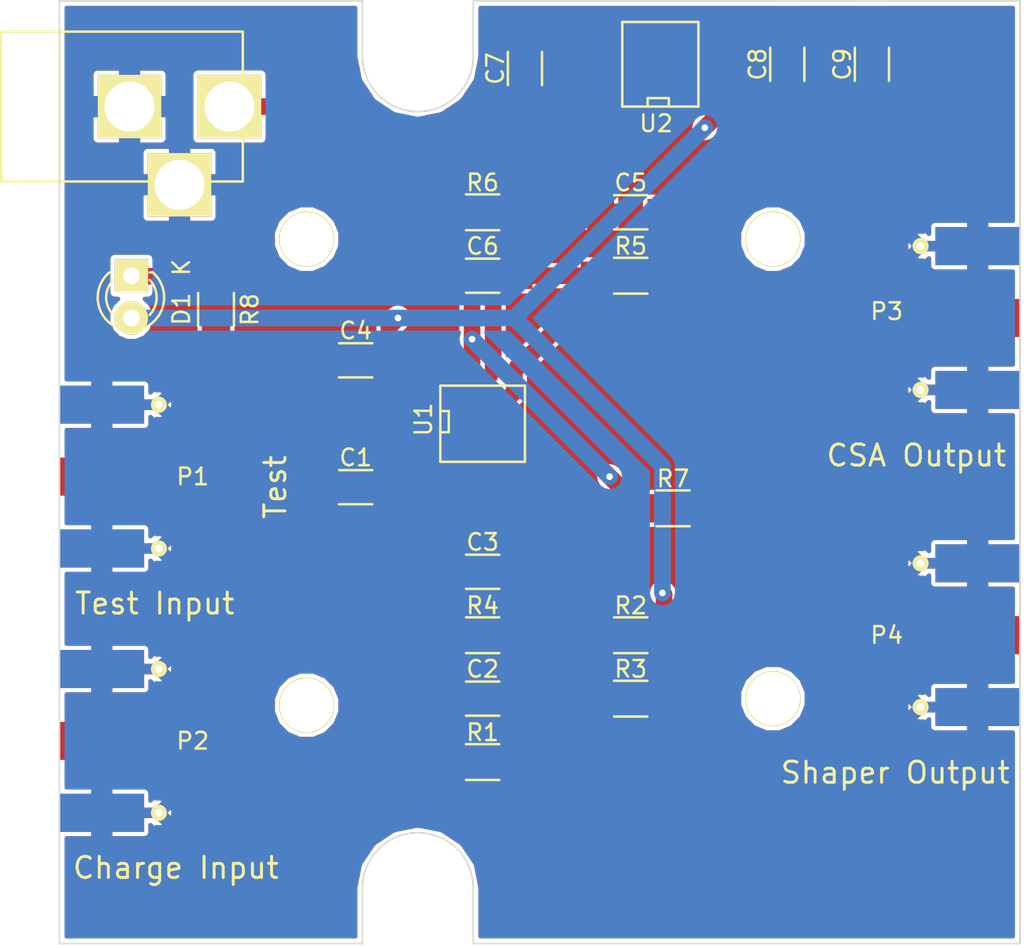
<source format=kicad_pcb>
(kicad_pcb (version 4) (host pcbnew 4.0.1-stable)

  (general
    (links 85)
    (no_connects 0)
    (area 174.029579 50.749999 235.908 107.696001)
    (thickness 1.6)
    (drawings 20)
    (tracks 82)
    (zones 0)
    (modules 29)
    (nets 15)
  )

  (page A4)
  (layers
    (0 F.Cu signal)
    (31 B.Cu signal)
    (32 B.Adhes user)
    (33 F.Adhes user)
    (34 B.Paste user)
    (35 F.Paste user)
    (36 B.SilkS user)
    (37 F.SilkS user)
    (38 B.Mask user)
    (39 F.Mask user)
    (40 Dwgs.User user)
    (41 Cmts.User user)
    (42 Eco1.User user)
    (43 Eco2.User user)
    (44 Edge.Cuts user)
    (45 Margin user)
    (46 B.CrtYd user)
    (47 F.CrtYd user)
    (48 B.Fab user)
    (49 F.Fab user)
  )

  (setup
    (last_trace_width 1)
    (trace_clearance 0.2)
    (zone_clearance 0.254)
    (zone_45_only no)
    (trace_min 0.2)
    (segment_width 0.2)
    (edge_width 0.1)
    (via_size 0.6)
    (via_drill 0.4)
    (via_min_size 0.4)
    (via_min_drill 0.3)
    (uvia_size 0.3)
    (uvia_drill 0.1)
    (uvias_allowed no)
    (uvia_min_size 0.2)
    (uvia_min_drill 0.1)
    (pcb_text_width 0.3)
    (pcb_text_size 1.5 1.5)
    (mod_edge_width 0.15)
    (mod_text_size 1 1)
    (mod_text_width 0.15)
    (pad_size 3.81 3.81)
    (pad_drill 2.99974)
    (pad_to_mask_clearance 0)
    (aux_axis_origin 0 0)
    (visible_elements FFFFFF7F)
    (pcbplotparams
      (layerselection 0x010e0_80000001)
      (usegerberextensions false)
      (excludeedgelayer true)
      (linewidth 0.100000)
      (plotframeref false)
      (viasonmask false)
      (mode 1)
      (useauxorigin false)
      (hpglpennumber 1)
      (hpglpenspeed 20)
      (hpglpendiameter 15)
      (hpglpenoverlay 2)
      (psnegative false)
      (psa4output false)
      (plotreference true)
      (plotvalue true)
      (plotinvisibletext false)
      (padsonsilk false)
      (subtractmaskfromsilk false)
      (outputformat 1)
      (mirror false)
      (drillshape 0)
      (scaleselection 1)
      (outputdirectory gerber))
  )

  (net 0 "")
  (net 1 "Net-(C1-Pad1)")
  (net 2 Test)
  (net 3 "Net-(C2-Pad2)")
  (net 4 CSAOut)
  (net 5 +3V3)
  (net 6 GND)
  (net 7 "Net-(C5-Pad1)")
  (net 8 "Net-(C6-Pad1)")
  (net 9 "Net-(C6-Pad2)")
  (net 10 ShaperOut)
  (net 11 "Net-(R2-Pad1)")
  (net 12 "Net-(C7-Pad1)")
  (net 13 "Net-(C8-Pad2)")
  (net 14 "Net-(D1-Pad1)")

  (net_class Default "This is the default net class."
    (clearance 0.2)
    (trace_width 1)
    (via_dia 0.6)
    (via_drill 0.4)
    (uvia_dia 0.3)
    (uvia_drill 0.1)
    (add_net +3V3)
    (add_net CSAOut)
    (add_net GND)
    (add_net "Net-(C1-Pad1)")
    (add_net "Net-(C2-Pad2)")
    (add_net "Net-(C5-Pad1)")
    (add_net "Net-(C6-Pad1)")
    (add_net "Net-(C6-Pad2)")
    (add_net "Net-(C7-Pad1)")
    (add_net "Net-(C8-Pad2)")
    (add_net "Net-(D1-Pad1)")
    (add_net "Net-(R2-Pad1)")
    (add_net ShaperOut)
    (add_net Test)
  )

  (net_class "Chip Lines" ""
    (clearance 0.2)
    (trace_width 0.5)
    (via_dia 0.6)
    (via_drill 0.4)
    (uvia_dia 0.3)
    (uvia_drill 0.1)
  )

  (module Capacitors_SMD:C_1206_HandSoldering (layer F.Cu) (tedit 56059AB3) (tstamp 5601ABA6)
    (at 195.58 80.01 180)
    (descr "Capacitor SMD 1206, hand soldering")
    (tags "capacitor 1206")
    (path /55AFCAF3)
    (attr smd)
    (fp_text reference C1 (at 0 1.778 180) (layer F.SilkS)
      (effects (font (size 1 1) (thickness 0.15)))
    )
    (fp_text value 1pF (at 0 -2.032 180) (layer F.Fab)
      (effects (font (size 1 1) (thickness 0.15)))
    )
    (fp_line (start -3.3 -1.15) (end 3.3 -1.15) (layer F.CrtYd) (width 0.05))
    (fp_line (start -3.3 1.15) (end 3.3 1.15) (layer F.CrtYd) (width 0.05))
    (fp_line (start -3.3 -1.15) (end -3.3 1.15) (layer F.CrtYd) (width 0.05))
    (fp_line (start 3.3 -1.15) (end 3.3 1.15) (layer F.CrtYd) (width 0.05))
    (fp_line (start 1 -1.025) (end -1 -1.025) (layer F.SilkS) (width 0.15))
    (fp_line (start -1 1.025) (end 1 1.025) (layer F.SilkS) (width 0.15))
    (pad 1 smd rect (at -2 0 180) (size 2 1.6) (layers F.Cu F.Paste F.Mask)
      (net 1 "Net-(C1-Pad1)"))
    (pad 2 smd rect (at 2 0 180) (size 2 1.6) (layers F.Cu F.Paste F.Mask)
      (net 2 Test))
    (model Capacitors_SMD.3dshapes/C_1206_HandSoldering.wrl
      (at (xyz 0 0 0))
      (scale (xyz 1 1 1))
      (rotate (xyz 0 0 0))
    )
  )

  (module Capacitors_SMD:C_1206_HandSoldering (layer F.Cu) (tedit 5605AB62) (tstamp 5601ABAC)
    (at 203.2 92.71 180)
    (descr "Capacitor SMD 1206, hand soldering")
    (tags "capacitor 1206")
    (path /55AFCBAD)
    (attr smd)
    (fp_text reference C2 (at 0 1.778 180) (layer F.SilkS)
      (effects (font (size 1 1) (thickness 0.15)))
    )
    (fp_text value 0.1uF (at 5.588 0 180) (layer F.Fab)
      (effects (font (size 1 1) (thickness 0.15)))
    )
    (fp_line (start -3.3 -1.15) (end 3.3 -1.15) (layer F.CrtYd) (width 0.05))
    (fp_line (start -3.3 1.15) (end 3.3 1.15) (layer F.CrtYd) (width 0.05))
    (fp_line (start -3.3 -1.15) (end -3.3 1.15) (layer F.CrtYd) (width 0.05))
    (fp_line (start 3.3 -1.15) (end 3.3 1.15) (layer F.CrtYd) (width 0.05))
    (fp_line (start 1 -1.025) (end -1 -1.025) (layer F.SilkS) (width 0.15))
    (fp_line (start -1 1.025) (end 1 1.025) (layer F.SilkS) (width 0.15))
    (pad 1 smd rect (at -2 0 180) (size 2 1.6) (layers F.Cu F.Paste F.Mask)
      (net 1 "Net-(C1-Pad1)"))
    (pad 2 smd rect (at 2 0 180) (size 2 1.6) (layers F.Cu F.Paste F.Mask)
      (net 3 "Net-(C2-Pad2)"))
    (model Capacitors_SMD.3dshapes/C_1206_HandSoldering.wrl
      (at (xyz 0 0 0))
      (scale (xyz 1 1 1))
      (rotate (xyz 0 0 0))
    )
  )

  (module Capacitors_SMD:C_1206_HandSoldering (layer F.Cu) (tedit 56059AA4) (tstamp 5601ABB2)
    (at 203.2 85.09)
    (descr "Capacitor SMD 1206, hand soldering")
    (tags "capacitor 1206")
    (path /55AFCB52)
    (attr smd)
    (fp_text reference C3 (at 0 -1.778) (layer F.SilkS)
      (effects (font (size 1 1) (thickness 0.15)))
    )
    (fp_text value 1pF (at -5 0) (layer F.Fab)
      (effects (font (size 1 1) (thickness 0.15)))
    )
    (fp_line (start -3.3 -1.15) (end 3.3 -1.15) (layer F.CrtYd) (width 0.05))
    (fp_line (start -3.3 1.15) (end 3.3 1.15) (layer F.CrtYd) (width 0.05))
    (fp_line (start -3.3 -1.15) (end -3.3 1.15) (layer F.CrtYd) (width 0.05))
    (fp_line (start 3.3 -1.15) (end 3.3 1.15) (layer F.CrtYd) (width 0.05))
    (fp_line (start 1 -1.025) (end -1 -1.025) (layer F.SilkS) (width 0.15))
    (fp_line (start -1 1.025) (end 1 1.025) (layer F.SilkS) (width 0.15))
    (pad 1 smd rect (at -2 0) (size 2 1.6) (layers F.Cu F.Paste F.Mask)
      (net 4 CSAOut))
    (pad 2 smd rect (at 2 0) (size 2 1.6) (layers F.Cu F.Paste F.Mask)
      (net 1 "Net-(C1-Pad1)"))
    (model Capacitors_SMD.3dshapes/C_1206_HandSoldering.wrl
      (at (xyz 0 0 0))
      (scale (xyz 1 1 1))
      (rotate (xyz 0 0 0))
    )
  )

  (module Capacitors_SMD:C_1206_HandSoldering (layer F.Cu) (tedit 56059B04) (tstamp 5601ABB8)
    (at 195.58 72.39 180)
    (descr "Capacitor SMD 1206, hand soldering")
    (tags "capacitor 1206")
    (path /55AFCB78)
    (attr smd)
    (fp_text reference C4 (at 0 1.778 180) (layer F.SilkS)
      (effects (font (size 1 1) (thickness 0.15)))
    )
    (fp_text value 0.1uF (at -0.254 -2.032 180) (layer F.Fab)
      (effects (font (size 1 1) (thickness 0.15)))
    )
    (fp_line (start -3.3 -1.15) (end 3.3 -1.15) (layer F.CrtYd) (width 0.05))
    (fp_line (start -3.3 1.15) (end 3.3 1.15) (layer F.CrtYd) (width 0.05))
    (fp_line (start -3.3 -1.15) (end -3.3 1.15) (layer F.CrtYd) (width 0.05))
    (fp_line (start 3.3 -1.15) (end 3.3 1.15) (layer F.CrtYd) (width 0.05))
    (fp_line (start 1 -1.025) (end -1 -1.025) (layer F.SilkS) (width 0.15))
    (fp_line (start -1 1.025) (end 1 1.025) (layer F.SilkS) (width 0.15))
    (pad 1 smd rect (at -2 0 180) (size 2 1.6) (layers F.Cu F.Paste F.Mask)
      (net 5 +3V3))
    (pad 2 smd rect (at 2 0 180) (size 2 1.6) (layers F.Cu F.Paste F.Mask)
      (net 6 GND))
    (model Capacitors_SMD.3dshapes/C_1206_HandSoldering.wrl
      (at (xyz 0 0 0))
      (scale (xyz 1 1 1))
      (rotate (xyz 0 0 0))
    )
  )

  (module Capacitors_SMD:C_1206_HandSoldering (layer F.Cu) (tedit 56059ABE) (tstamp 5601ABBE)
    (at 212.09 63.5 180)
    (descr "Capacitor SMD 1206, hand soldering")
    (tags "capacitor 1206")
    (path /55AFCBE3)
    (attr smd)
    (fp_text reference C5 (at 0 1.778 180) (layer F.SilkS)
      (effects (font (size 1 1) (thickness 0.15)))
    )
    (fp_text value 270pF (at -6 0 180) (layer F.Fab)
      (effects (font (size 1 1) (thickness 0.15)))
    )
    (fp_line (start -3.3 -1.15) (end 3.3 -1.15) (layer F.CrtYd) (width 0.05))
    (fp_line (start -3.3 1.15) (end 3.3 1.15) (layer F.CrtYd) (width 0.05))
    (fp_line (start -3.3 -1.15) (end -3.3 1.15) (layer F.CrtYd) (width 0.05))
    (fp_line (start 3.3 -1.15) (end 3.3 1.15) (layer F.CrtYd) (width 0.05))
    (fp_line (start 1 -1.025) (end -1 -1.025) (layer F.SilkS) (width 0.15))
    (fp_line (start -1 1.025) (end 1 1.025) (layer F.SilkS) (width 0.15))
    (pad 1 smd rect (at -2 0 180) (size 2 1.6) (layers F.Cu F.Paste F.Mask)
      (net 7 "Net-(C5-Pad1)"))
    (pad 2 smd rect (at 2 0 180) (size 2 1.6) (layers F.Cu F.Paste F.Mask)
      (net 6 GND))
    (model Capacitors_SMD.3dshapes/C_1206_HandSoldering.wrl
      (at (xyz 0 0 0))
      (scale (xyz 1 1 1))
      (rotate (xyz 0 0 0))
    )
  )

  (module Capacitors_SMD:C_1206_HandSoldering (layer F.Cu) (tedit 56059AB9) (tstamp 5601ABC4)
    (at 203.2 67.31)
    (descr "Capacitor SMD 1206, hand soldering")
    (tags "capacitor 1206")
    (path /55AFCC2B)
    (attr smd)
    (fp_text reference C6 (at 0 -1.778) (layer F.SilkS)
      (effects (font (size 1 1) (thickness 0.15)))
    )
    (fp_text value 5pF (at -5 0) (layer F.Fab)
      (effects (font (size 1 1) (thickness 0.15)))
    )
    (fp_line (start -3.3 -1.15) (end 3.3 -1.15) (layer F.CrtYd) (width 0.05))
    (fp_line (start -3.3 1.15) (end 3.3 1.15) (layer F.CrtYd) (width 0.05))
    (fp_line (start -3.3 -1.15) (end -3.3 1.15) (layer F.CrtYd) (width 0.05))
    (fp_line (start 3.3 -1.15) (end 3.3 1.15) (layer F.CrtYd) (width 0.05))
    (fp_line (start 1 -1.025) (end -1 -1.025) (layer F.SilkS) (width 0.15))
    (fp_line (start -1 1.025) (end 1 1.025) (layer F.SilkS) (width 0.15))
    (pad 1 smd rect (at -2 0) (size 2 1.6) (layers F.Cu F.Paste F.Mask)
      (net 8 "Net-(C6-Pad1)"))
    (pad 2 smd rect (at 2 0) (size 2 1.6) (layers F.Cu F.Paste F.Mask)
      (net 9 "Net-(C6-Pad2)"))
    (model Capacitors_SMD.3dshapes/C_1206_HandSoldering.wrl
      (at (xyz 0 0 0))
      (scale (xyz 1 1 1))
      (rotate (xyz 0 0 0))
    )
  )

  (module Capacitors_SMD:C_1206_HandSoldering (layer F.Cu) (tedit 56059ADE) (tstamp 5601ABCA)
    (at 205.74 54.864 90)
    (descr "Capacitor SMD 1206, hand soldering")
    (tags "capacitor 1206")
    (path /55D3A456)
    (attr smd)
    (fp_text reference C7 (at 0 -1.778 90) (layer F.SilkS)
      (effects (font (size 1 1) (thickness 0.15)))
    )
    (fp_text value 1uF (at -5 0 90) (layer F.Fab)
      (effects (font (size 1 1) (thickness 0.15)))
    )
    (fp_line (start -3.3 -1.15) (end 3.3 -1.15) (layer F.CrtYd) (width 0.05))
    (fp_line (start -3.3 1.15) (end 3.3 1.15) (layer F.CrtYd) (width 0.05))
    (fp_line (start -3.3 -1.15) (end -3.3 1.15) (layer F.CrtYd) (width 0.05))
    (fp_line (start 3.3 -1.15) (end 3.3 1.15) (layer F.CrtYd) (width 0.05))
    (fp_line (start 1 -1.025) (end -1 -1.025) (layer F.SilkS) (width 0.15))
    (fp_line (start -1 1.025) (end 1 1.025) (layer F.SilkS) (width 0.15))
    (pad 1 smd rect (at -2 0 90) (size 2 1.6) (layers F.Cu F.Paste F.Mask)
      (net 12 "Net-(C7-Pad1)"))
    (pad 2 smd rect (at 2 0 90) (size 2 1.6) (layers F.Cu F.Paste F.Mask)
      (net 6 GND))
    (model Capacitors_SMD.3dshapes/C_1206_HandSoldering.wrl
      (at (xyz 0 0 0))
      (scale (xyz 1 1 1))
      (rotate (xyz 0 0 0))
    )
  )

  (module Capacitors_SMD:C_1206_HandSoldering (layer F.Cu) (tedit 56059AC1) (tstamp 5601ABD0)
    (at 221.488 54.61 90)
    (descr "Capacitor SMD 1206, hand soldering")
    (tags "capacitor 1206")
    (path /55D3A4D9)
    (attr smd)
    (fp_text reference C8 (at 0 -1.778 90) (layer F.SilkS)
      (effects (font (size 1 1) (thickness 0.15)))
    )
    (fp_text value 0.01uF (at -5.842 0 90) (layer F.Fab)
      (effects (font (size 1 1) (thickness 0.15)))
    )
    (fp_line (start -3.3 -1.15) (end 3.3 -1.15) (layer F.CrtYd) (width 0.05))
    (fp_line (start -3.3 1.15) (end 3.3 1.15) (layer F.CrtYd) (width 0.05))
    (fp_line (start -3.3 -1.15) (end -3.3 1.15) (layer F.CrtYd) (width 0.05))
    (fp_line (start 3.3 -1.15) (end 3.3 1.15) (layer F.CrtYd) (width 0.05))
    (fp_line (start 1 -1.025) (end -1 -1.025) (layer F.SilkS) (width 0.15))
    (fp_line (start -1 1.025) (end 1 1.025) (layer F.SilkS) (width 0.15))
    (pad 1 smd rect (at -2 0 90) (size 2 1.6) (layers F.Cu F.Paste F.Mask)
      (net 5 +3V3))
    (pad 2 smd rect (at 2 0 90) (size 2 1.6) (layers F.Cu F.Paste F.Mask)
      (net 13 "Net-(C8-Pad2)"))
    (model Capacitors_SMD.3dshapes/C_1206_HandSoldering.wrl
      (at (xyz 0 0 0))
      (scale (xyz 1 1 1))
      (rotate (xyz 0 0 0))
    )
  )

  (module Capacitors_SMD:C_1206_HandSoldering (layer F.Cu) (tedit 56059AC4) (tstamp 5601ABD6)
    (at 226.568 54.61 90)
    (descr "Capacitor SMD 1206, hand soldering")
    (tags "capacitor 1206")
    (path /55D3A537)
    (attr smd)
    (fp_text reference C9 (at 0 -1.778 90) (layer F.SilkS)
      (effects (font (size 1 1) (thickness 0.15)))
    )
    (fp_text value 10uF (at -5.842 0 90) (layer F.Fab)
      (effects (font (size 1 1) (thickness 0.15)))
    )
    (fp_line (start -3.3 -1.15) (end 3.3 -1.15) (layer F.CrtYd) (width 0.05))
    (fp_line (start -3.3 1.15) (end 3.3 1.15) (layer F.CrtYd) (width 0.05))
    (fp_line (start -3.3 -1.15) (end -3.3 1.15) (layer F.CrtYd) (width 0.05))
    (fp_line (start 3.3 -1.15) (end 3.3 1.15) (layer F.CrtYd) (width 0.05))
    (fp_line (start 1 -1.025) (end -1 -1.025) (layer F.SilkS) (width 0.15))
    (fp_line (start -1 1.025) (end 1 1.025) (layer F.SilkS) (width 0.15))
    (pad 1 smd rect (at -2 0 90) (size 2 1.6) (layers F.Cu F.Paste F.Mask)
      (net 5 +3V3))
    (pad 2 smd rect (at 2 0 90) (size 2 1.6) (layers F.Cu F.Paste F.Mask)
      (net 6 GND))
    (model Capacitors_SMD.3dshapes/C_1206_HandSoldering.wrl
      (at (xyz 0 0 0))
      (scale (xyz 1 1 1))
      (rotate (xyz 0 0 0))
    )
  )

  (module Connect:BARREL_JACK (layer F.Cu) (tedit 573CB234) (tstamp 5601ABDD)
    (at 181.8052 57.15)
    (descr "DC Barrel Jack")
    (tags "Power Jack")
    (path /55D3B1B5)
    (fp_text reference CON1 (at 10.09904 0 90) (layer F.SilkS) hide
      (effects (font (size 1 1) (thickness 0.15)))
    )
    (fp_text value BARREL_JACK (at 2.5 8) (layer F.Fab) hide
      (effects (font (size 1 1) (thickness 0.15)))
    )
    (fp_line (start -4.0005 -4.50088) (end -4.0005 4.50088) (layer F.SilkS) (width 0.15))
    (fp_line (start -7.50062 -4.50088) (end -7.50062 4.50088) (layer F.SilkS) (width 0.15))
    (fp_line (start -7.50062 4.50088) (end 7.00024 4.50088) (layer F.SilkS) (width 0.15))
    (fp_line (start 7.00024 4.50088) (end 7.00024 -4.50088) (layer F.SilkS) (width 0.15))
    (fp_line (start 7.00024 -4.50088) (end -7.50062 -4.50088) (layer F.SilkS) (width 0.15))
    (pad 1 thru_hole rect (at 6.20014 0) (size 3.81 3.81) (drill 2.99974) (layers *.Cu *.Mask F.SilkS)
      (net 12 "Net-(C7-Pad1)"))
    (pad 2 thru_hole rect (at 0.20066 0) (size 3.81 3.81) (drill 2.99974) (layers *.Cu *.Mask F.SilkS)
      (net 6 GND))
    (pad 3 thru_hole rect (at 3.2004 4.699) (size 3.81 3.81) (drill 2.99974) (layers *.Cu *.Mask F.SilkS)
      (net 6 GND))
  )

  (module LEDs:LED-3MM (layer F.Cu) (tedit 56059AF2) (tstamp 5601ABE3)
    (at 182.118 67.31 270)
    (descr "LED 3mm round vertical")
    (tags "LED  3mm round vertical")
    (path /55D3BC5E)
    (fp_text reference D1 (at 2 -3 270) (layer F.SilkS)
      (effects (font (size 1 1) (thickness 0.15)))
    )
    (fp_text value LED (at 1.524 3.048 270) (layer F.Fab) hide
      (effects (font (size 1 1) (thickness 0.15)))
    )
    (fp_line (start -1.2 2.3) (end 3.8 2.3) (layer F.CrtYd) (width 0.05))
    (fp_line (start 3.8 2.3) (end 3.8 -2.2) (layer F.CrtYd) (width 0.05))
    (fp_line (start 3.8 -2.2) (end -1.2 -2.2) (layer F.CrtYd) (width 0.05))
    (fp_line (start -1.2 -2.2) (end -1.2 2.3) (layer F.CrtYd) (width 0.05))
    (fp_line (start -0.199 1.314) (end -0.199 1.114) (layer F.SilkS) (width 0.15))
    (fp_line (start -0.199 -1.28) (end -0.199 -1.1) (layer F.SilkS) (width 0.15))
    (fp_arc (start 1.301 0.034) (end -0.199 -1.286) (angle 108.5) (layer F.SilkS) (width 0.15))
    (fp_arc (start 1.301 0.034) (end 0.25 -1.1) (angle 85.7) (layer F.SilkS) (width 0.15))
    (fp_arc (start 1.311 0.034) (end 3.051 0.994) (angle 110) (layer F.SilkS) (width 0.15))
    (fp_arc (start 1.301 0.034) (end 2.335 1.094) (angle 87.5) (layer F.SilkS) (width 0.15))
    (fp_text user K (at -0.5 -3 270) (layer F.SilkS)
      (effects (font (size 1 1) (thickness 0.15)))
    )
    (pad 1 thru_hole rect (at 0 0) (size 2 2) (drill 1.00076) (layers *.Cu *.Mask F.SilkS)
      (net 14 "Net-(D1-Pad1)"))
    (pad 2 thru_hole circle (at 2.54 0 270) (size 2 2) (drill 1.00076) (layers *.Cu *.Mask F.SilkS)
      (net 5 +3V3))
    (model LEDs.3dshapes/LED-3MM.wrl
      (at (xyz 0.05 0 0))
      (scale (xyz 1 1 1))
      (rotate (xyz 0 0 90))
    )
  )

  (module Resistors_SMD:R_1206_HandSoldering (layer F.Cu) (tedit 5605AB66) (tstamp 5601AC09)
    (at 203.2 96.52)
    (descr "Resistor SMD 1206, hand soldering")
    (tags "resistor 1206")
    (path /55AFCC75)
    (attr smd)
    (fp_text reference R1 (at 0 -1.778) (layer F.SilkS)
      (effects (font (size 1 1) (thickness 0.15)))
    )
    (fp_text value 1M (at -4.572 0) (layer F.Fab)
      (effects (font (size 1 1) (thickness 0.15)))
    )
    (fp_line (start -3.3 -1.2) (end 3.3 -1.2) (layer F.CrtYd) (width 0.05))
    (fp_line (start -3.3 1.2) (end 3.3 1.2) (layer F.CrtYd) (width 0.05))
    (fp_line (start -3.3 -1.2) (end -3.3 1.2) (layer F.CrtYd) (width 0.05))
    (fp_line (start 3.3 -1.2) (end 3.3 1.2) (layer F.CrtYd) (width 0.05))
    (fp_line (start 1 1.075) (end -1 1.075) (layer F.SilkS) (width 0.15))
    (fp_line (start -1 -1.075) (end 1 -1.075) (layer F.SilkS) (width 0.15))
    (pad 1 smd rect (at -2 0) (size 2 1.7) (layers F.Cu F.Paste F.Mask)
      (net 3 "Net-(C2-Pad2)"))
    (pad 2 smd rect (at 2 0) (size 2 1.7) (layers F.Cu F.Paste F.Mask)
      (net 6 GND))
    (model Resistors_SMD.3dshapes/R_1206_HandSoldering.wrl
      (at (xyz 0 0 0))
      (scale (xyz 1 1 1))
      (rotate (xyz 0 0 0))
    )
  )

  (module Resistors_SMD:R_1206_HandSoldering (layer F.Cu) (tedit 573CAD1C) (tstamp 5601AC0F)
    (at 212.09 88.9)
    (descr "Resistor SMD 1206, hand soldering")
    (tags "resistor 1206")
    (path /55AFCCD0)
    (attr smd)
    (fp_text reference R2 (at 0 -1.778) (layer F.SilkS)
      (effects (font (size 1 1) (thickness 0.15)))
    )
    (fp_text value 100K (at 5.715 0) (layer F.Fab)
      (effects (font (size 1 1) (thickness 0.15)))
    )
    (fp_line (start -3.3 -1.2) (end 3.3 -1.2) (layer F.CrtYd) (width 0.05))
    (fp_line (start -3.3 1.2) (end 3.3 1.2) (layer F.CrtYd) (width 0.05))
    (fp_line (start -3.3 -1.2) (end -3.3 1.2) (layer F.CrtYd) (width 0.05))
    (fp_line (start 3.3 -1.2) (end 3.3 1.2) (layer F.CrtYd) (width 0.05))
    (fp_line (start 1 1.075) (end -1 1.075) (layer F.SilkS) (width 0.15))
    (fp_line (start -1 -1.075) (end 1 -1.075) (layer F.SilkS) (width 0.15))
    (pad 1 smd rect (at -2 0) (size 2 1.7) (layers F.Cu F.Paste F.Mask)
      (net 11 "Net-(R2-Pad1)"))
    (pad 2 smd rect (at 2 0) (size 2 1.7) (layers F.Cu F.Paste F.Mask)
      (net 5 +3V3))
    (model Resistors_SMD.3dshapes/R_1206_HandSoldering.wrl
      (at (xyz 0 0 0))
      (scale (xyz 1 1 1))
      (rotate (xyz 0 0 0))
    )
  )

  (module Resistors_SMD:R_1206_HandSoldering (layer F.Cu) (tedit 5605AB6A) (tstamp 5601AC15)
    (at 212.09 92.71 180)
    (descr "Resistor SMD 1206, hand soldering")
    (tags "resistor 1206")
    (path /55AFCD25)
    (attr smd)
    (fp_text reference R3 (at 0 1.778 180) (layer F.SilkS)
      (effects (font (size 1 1) (thickness 0.15)))
    )
    (fp_text value 49.9K (at 0 -2.032 180) (layer F.Fab)
      (effects (font (size 1 1) (thickness 0.15)))
    )
    (fp_line (start -3.3 -1.2) (end 3.3 -1.2) (layer F.CrtYd) (width 0.05))
    (fp_line (start -3.3 1.2) (end 3.3 1.2) (layer F.CrtYd) (width 0.05))
    (fp_line (start -3.3 -1.2) (end -3.3 1.2) (layer F.CrtYd) (width 0.05))
    (fp_line (start 3.3 -1.2) (end 3.3 1.2) (layer F.CrtYd) (width 0.05))
    (fp_line (start 1 1.075) (end -1 1.075) (layer F.SilkS) (width 0.15))
    (fp_line (start -1 -1.075) (end 1 -1.075) (layer F.SilkS) (width 0.15))
    (pad 1 smd rect (at -2 0 180) (size 2 1.7) (layers F.Cu F.Paste F.Mask)
      (net 6 GND))
    (pad 2 smd rect (at 2 0 180) (size 2 1.7) (layers F.Cu F.Paste F.Mask)
      (net 11 "Net-(R2-Pad1)"))
    (model Resistors_SMD.3dshapes/R_1206_HandSoldering.wrl
      (at (xyz 0 0 0))
      (scale (xyz 1 1 1))
      (rotate (xyz 0 0 0))
    )
  )

  (module Resistors_SMD:R_1206_HandSoldering (layer F.Cu) (tedit 56059AA1) (tstamp 5601AC1B)
    (at 203.2 88.9)
    (descr "Resistor SMD 1206, hand soldering")
    (tags "resistor 1206")
    (path /55AFCD5D)
    (attr smd)
    (fp_text reference R4 (at 0 -1.778) (layer F.SilkS)
      (effects (font (size 1 1) (thickness 0.15)))
    )
    (fp_text value 499K (at -5.5 0) (layer F.Fab)
      (effects (font (size 1 1) (thickness 0.15)))
    )
    (fp_line (start -3.3 -1.2) (end 3.3 -1.2) (layer F.CrtYd) (width 0.05))
    (fp_line (start -3.3 1.2) (end 3.3 1.2) (layer F.CrtYd) (width 0.05))
    (fp_line (start -3.3 -1.2) (end -3.3 1.2) (layer F.CrtYd) (width 0.05))
    (fp_line (start 3.3 -1.2) (end 3.3 1.2) (layer F.CrtYd) (width 0.05))
    (fp_line (start 1 1.075) (end -1 1.075) (layer F.SilkS) (width 0.15))
    (fp_line (start -1 -1.075) (end 1 -1.075) (layer F.SilkS) (width 0.15))
    (pad 1 smd rect (at -2 0) (size 2 1.7) (layers F.Cu F.Paste F.Mask)
      (net 4 CSAOut))
    (pad 2 smd rect (at 2 0) (size 2 1.7) (layers F.Cu F.Paste F.Mask)
      (net 1 "Net-(C1-Pad1)"))
    (model Resistors_SMD.3dshapes/R_1206_HandSoldering.wrl
      (at (xyz 0 0 0))
      (scale (xyz 1 1 1))
      (rotate (xyz 0 0 0))
    )
  )

  (module Resistors_SMD:R_1206_HandSoldering (layer F.Cu) (tedit 56059ABF) (tstamp 5601AC21)
    (at 212.09 67.31)
    (descr "Resistor SMD 1206, hand soldering")
    (tags "resistor 1206")
    (path /55AFCDAB)
    (attr smd)
    (fp_text reference R5 (at 0 -1.778) (layer F.SilkS)
      (effects (font (size 1 1) (thickness 0.15)))
    )
    (fp_text value 499 (at 5.5 0) (layer F.Fab)
      (effects (font (size 1 1) (thickness 0.15)))
    )
    (fp_line (start -3.3 -1.2) (end 3.3 -1.2) (layer F.CrtYd) (width 0.05))
    (fp_line (start -3.3 1.2) (end 3.3 1.2) (layer F.CrtYd) (width 0.05))
    (fp_line (start -3.3 -1.2) (end -3.3 1.2) (layer F.CrtYd) (width 0.05))
    (fp_line (start 3.3 -1.2) (end 3.3 1.2) (layer F.CrtYd) (width 0.05))
    (fp_line (start 1 1.075) (end -1 1.075) (layer F.SilkS) (width 0.15))
    (fp_line (start -1 -1.075) (end 1 -1.075) (layer F.SilkS) (width 0.15))
    (pad 1 smd rect (at -2 0) (size 2 1.7) (layers F.Cu F.Paste F.Mask)
      (net 9 "Net-(C6-Pad2)"))
    (pad 2 smd rect (at 2 0) (size 2 1.7) (layers F.Cu F.Paste F.Mask)
      (net 7 "Net-(C5-Pad1)"))
    (model Resistors_SMD.3dshapes/R_1206_HandSoldering.wrl
      (at (xyz 0 0 0))
      (scale (xyz 1 1 1))
      (rotate (xyz 0 0 0))
    )
  )

  (module Resistors_SMD:R_1206_HandSoldering (layer F.Cu) (tedit 56059ABC) (tstamp 5601AC27)
    (at 203.2 63.5)
    (descr "Resistor SMD 1206, hand soldering")
    (tags "resistor 1206")
    (path /55AFCE03)
    (attr smd)
    (fp_text reference R6 (at 0 -1.778) (layer F.SilkS)
      (effects (font (size 1 1) (thickness 0.15)))
    )
    (fp_text value 100K (at -5.5 0) (layer F.Fab)
      (effects (font (size 1 1) (thickness 0.15)))
    )
    (fp_line (start -3.3 -1.2) (end 3.3 -1.2) (layer F.CrtYd) (width 0.05))
    (fp_line (start -3.3 1.2) (end 3.3 1.2) (layer F.CrtYd) (width 0.05))
    (fp_line (start -3.3 -1.2) (end -3.3 1.2) (layer F.CrtYd) (width 0.05))
    (fp_line (start 3.3 -1.2) (end 3.3 1.2) (layer F.CrtYd) (width 0.05))
    (fp_line (start 1 1.075) (end -1 1.075) (layer F.SilkS) (width 0.15))
    (fp_line (start -1 -1.075) (end 1 -1.075) (layer F.SilkS) (width 0.15))
    (pad 1 smd rect (at -2 0) (size 2 1.7) (layers F.Cu F.Paste F.Mask)
      (net 8 "Net-(C6-Pad1)"))
    (pad 2 smd rect (at 2 0) (size 2 1.7) (layers F.Cu F.Paste F.Mask)
      (net 9 "Net-(C6-Pad2)"))
    (model Resistors_SMD.3dshapes/R_1206_HandSoldering.wrl
      (at (xyz 0 0 0))
      (scale (xyz 1 1 1))
      (rotate (xyz 0 0 0))
    )
  )

  (module Resistors_SMD:R_1206_HandSoldering (layer F.Cu) (tedit 56059AAA) (tstamp 5601AC2D)
    (at 214.63 81.28 180)
    (descr "Resistor SMD 1206, hand soldering")
    (tags "resistor 1206")
    (path /55AFCE58)
    (attr smd)
    (fp_text reference R7 (at 0 1.778 180) (layer F.SilkS)
      (effects (font (size 1 1) (thickness 0.15)))
    )
    (fp_text value 49.9 (at 5.5 0 180) (layer F.Fab)
      (effects (font (size 1 1) (thickness 0.15)))
    )
    (fp_line (start -3.3 -1.2) (end 3.3 -1.2) (layer F.CrtYd) (width 0.05))
    (fp_line (start -3.3 1.2) (end 3.3 1.2) (layer F.CrtYd) (width 0.05))
    (fp_line (start -3.3 -1.2) (end -3.3 1.2) (layer F.CrtYd) (width 0.05))
    (fp_line (start 3.3 -1.2) (end 3.3 1.2) (layer F.CrtYd) (width 0.05))
    (fp_line (start 1 1.075) (end -1 1.075) (layer F.SilkS) (width 0.15))
    (fp_line (start -1 -1.075) (end 1 -1.075) (layer F.SilkS) (width 0.15))
    (pad 1 smd rect (at -2 0 180) (size 2 1.7) (layers F.Cu F.Paste F.Mask)
      (net 10 ShaperOut))
    (pad 2 smd rect (at 2 0 180) (size 2 1.7) (layers F.Cu F.Paste F.Mask)
      (net 8 "Net-(C6-Pad1)"))
    (model Resistors_SMD.3dshapes/R_1206_HandSoldering.wrl
      (at (xyz 0 0 0))
      (scale (xyz 1 1 1))
      (rotate (xyz 0 0 0))
    )
  )

  (module Resistors_SMD:R_1206_HandSoldering (layer F.Cu) (tedit 56059999) (tstamp 5601AC33)
    (at 187.198 69.342 90)
    (descr "Resistor SMD 1206, hand soldering")
    (tags "resistor 1206")
    (path /55D3BDEE)
    (attr smd)
    (fp_text reference R8 (at 0 2.032 90) (layer F.SilkS)
      (effects (font (size 1 1) (thickness 0.15)))
    )
    (fp_text value 100 (at -5.08 0 90) (layer F.Fab)
      (effects (font (size 1 1) (thickness 0.15)))
    )
    (fp_line (start -3.3 -1.2) (end 3.3 -1.2) (layer F.CrtYd) (width 0.05))
    (fp_line (start -3.3 1.2) (end 3.3 1.2) (layer F.CrtYd) (width 0.05))
    (fp_line (start -3.3 -1.2) (end -3.3 1.2) (layer F.CrtYd) (width 0.05))
    (fp_line (start 3.3 -1.2) (end 3.3 1.2) (layer F.CrtYd) (width 0.05))
    (fp_line (start 1 1.075) (end -1 1.075) (layer F.SilkS) (width 0.15))
    (fp_line (start -1 -1.075) (end 1 -1.075) (layer F.SilkS) (width 0.15))
    (pad 1 smd rect (at -2 0 90) (size 2 1.7) (layers F.Cu F.Paste F.Mask)
      (net 6 GND))
    (pad 2 smd rect (at 2 0 90) (size 2 1.7) (layers F.Cu F.Paste F.Mask)
      (net 14 "Net-(D1-Pad1)"))
    (model Resistors_SMD.3dshapes/R_1206_HandSoldering.wrl
      (at (xyz 0 0 0))
      (scale (xyz 1 1 1))
      (rotate (xyz 0 0 0))
    )
  )

  (module SMD_Packages:SOIC-8-N (layer F.Cu) (tedit 56059ACB) (tstamp 5601AC3F)
    (at 203.2 76.2)
    (descr "Module Narrow CMS SOJ 8 pins large")
    (tags "CMS SOJ")
    (path /55AFD8D2)
    (attr smd)
    (fp_text reference U1 (at -3.556 -0.254 90) (layer F.SilkS)
      (effects (font (size 1 1) (thickness 0.15)))
    )
    (fp_text value OPA2354 (at 4.5 0 90) (layer F.Fab)
      (effects (font (size 1 1) (thickness 0.15)))
    )
    (fp_line (start -2.54 -2.286) (end 2.54 -2.286) (layer F.SilkS) (width 0.15))
    (fp_line (start 2.54 -2.286) (end 2.54 2.286) (layer F.SilkS) (width 0.15))
    (fp_line (start 2.54 2.286) (end -2.54 2.286) (layer F.SilkS) (width 0.15))
    (fp_line (start -2.54 2.286) (end -2.54 -2.286) (layer F.SilkS) (width 0.15))
    (fp_line (start -2.54 -0.762) (end -2.032 -0.762) (layer F.SilkS) (width 0.15))
    (fp_line (start -2.032 -0.762) (end -2.032 0.508) (layer F.SilkS) (width 0.15))
    (fp_line (start -2.032 0.508) (end -2.54 0.508) (layer F.SilkS) (width 0.15))
    (pad 8 smd rect (at -1.905 -3.175) (size 0.508 1.143) (layers F.Cu F.Paste F.Mask)
      (net 5 +3V3))
    (pad 7 smd rect (at -0.635 -3.175) (size 0.508 1.143) (layers F.Cu F.Paste F.Mask)
      (net 8 "Net-(C6-Pad1)"))
    (pad 6 smd rect (at 0.635 -3.175) (size 0.508 1.143) (layers F.Cu F.Paste F.Mask)
      (net 9 "Net-(C6-Pad2)"))
    (pad 5 smd rect (at 1.905 -3.175) (size 0.508 1.143) (layers F.Cu F.Paste F.Mask)
      (net 4 CSAOut))
    (pad 4 smd rect (at 1.905 3.175) (size 0.508 1.143) (layers F.Cu F.Paste F.Mask)
      (net 6 GND))
    (pad 3 smd rect (at 0.635 3.175) (size 0.508 1.143) (layers F.Cu F.Paste F.Mask)
      (net 11 "Net-(R2-Pad1)"))
    (pad 2 smd rect (at -0.635 3.175) (size 0.508 1.143) (layers F.Cu F.Paste F.Mask)
      (net 1 "Net-(C1-Pad1)"))
    (pad 1 smd rect (at -1.905 3.175) (size 0.508 1.143) (layers F.Cu F.Paste F.Mask)
      (net 4 CSAOut))
    (model SMD_Packages.3dshapes/SOIC-8-N.wrl
      (at (xyz 0 0 0))
      (scale (xyz 0.5 0.38 0.5))
      (rotate (xyz 0 0 0))
    )
  )

  (module SMD_Packages:SOIC-8-N (layer F.Cu) (tedit 56059ADB) (tstamp 5601AC4B)
    (at 213.868 54.61 90)
    (descr "Module Narrow CMS SOJ 8 pins large")
    (tags "CMS SOJ")
    (path /55D3A396)
    (attr smd)
    (fp_text reference U2 (at -3.556 -0.254 180) (layer F.SilkS)
      (effects (font (size 1 1) (thickness 0.15)))
    )
    (fp_text value LT1763 (at 0 1.27 90) (layer F.Fab)
      (effects (font (size 1 1) (thickness 0.15)))
    )
    (fp_line (start -2.54 -2.286) (end 2.54 -2.286) (layer F.SilkS) (width 0.15))
    (fp_line (start 2.54 -2.286) (end 2.54 2.286) (layer F.SilkS) (width 0.15))
    (fp_line (start 2.54 2.286) (end -2.54 2.286) (layer F.SilkS) (width 0.15))
    (fp_line (start -2.54 2.286) (end -2.54 -2.286) (layer F.SilkS) (width 0.15))
    (fp_line (start -2.54 -0.762) (end -2.032 -0.762) (layer F.SilkS) (width 0.15))
    (fp_line (start -2.032 -0.762) (end -2.032 0.508) (layer F.SilkS) (width 0.15))
    (fp_line (start -2.032 0.508) (end -2.54 0.508) (layer F.SilkS) (width 0.15))
    (pad 8 smd rect (at -1.905 -3.175 90) (size 0.508 1.143) (layers F.Cu F.Paste F.Mask)
      (net 12 "Net-(C7-Pad1)"))
    (pad 7 smd rect (at -0.635 -3.175 90) (size 0.508 1.143) (layers F.Cu F.Paste F.Mask)
      (net 6 GND))
    (pad 6 smd rect (at 0.635 -3.175 90) (size 0.508 1.143) (layers F.Cu F.Paste F.Mask)
      (net 6 GND))
    (pad 5 smd rect (at 1.905 -3.175 90) (size 0.508 1.143) (layers F.Cu F.Paste F.Mask)
      (net 12 "Net-(C7-Pad1)"))
    (pad 4 smd rect (at 1.905 3.175 90) (size 0.508 1.143) (layers F.Cu F.Paste F.Mask)
      (net 13 "Net-(C8-Pad2)"))
    (pad 3 smd rect (at 0.635 3.175 90) (size 0.508 1.143) (layers F.Cu F.Paste F.Mask)
      (net 6 GND))
    (pad 2 smd rect (at -0.635 3.175 90) (size 0.508 1.143) (layers F.Cu F.Paste F.Mask)
      (net 5 +3V3))
    (pad 1 smd rect (at -1.905 3.175 90) (size 0.508 1.143) (layers F.Cu F.Paste F.Mask)
      (net 5 +3V3))
    (model SMD_Packages.3dshapes/SOIC-8-N.wrl
      (at (xyz 0 0 0))
      (scale (xyz 0.5 0.38 0.5))
      (rotate (xyz 0 0 0))
    )
  )

  (module k7arx:MountingHole_3.2mm (layer F.Cu) (tedit 56059FE0) (tstamp 56073511)
    (at 192.6336 65.1129)
    (descr "Mounting hole, Befestigungsbohrung, 3mm, No Annular, Kein Restring,")
    (tags "Mounting hole, Befestigungsbohrung, 3mm, No Annular, Kein Restring,")
    (fp_text reference REF** (at 0 -4.0005) (layer F.SilkS) hide
      (effects (font (size 1 1) (thickness 0.15)))
    )
    (fp_text value MountingHole_3mm (at 1.00076 5.00126) (layer F.Fab) hide
      (effects (font (size 1 1) (thickness 0.15)))
    )
    (fp_circle (center 0 0) (end 3.2512 0) (layer Cmts.User) (width 0.381))
    (pad "" thru_hole circle (at 0 0) (size 3.302 3.302) (drill 3.2004) (layers *.Cu *.Mask F.SilkS))
  )

  (module k7arx:MountingHole_3.2mm (layer F.Cu) (tedit 56059FEE) (tstamp 56073522)
    (at 192.6336 93.1037)
    (descr "Mounting hole, Befestigungsbohrung, 3mm, No Annular, Kein Restring,")
    (tags "Mounting hole, Befestigungsbohrung, 3mm, No Annular, Kein Restring,")
    (fp_text reference REF** (at 0 -4.0005) (layer F.SilkS) hide
      (effects (font (size 1 1) (thickness 0.15)))
    )
    (fp_text value MountingHole_3mm (at 1.00076 5.00126) (layer F.Fab) hide
      (effects (font (size 1 1) (thickness 0.15)))
    )
    (fp_circle (center 0 0) (end 3.2512 0) (layer Cmts.User) (width 0.381))
    (pad "" thru_hole circle (at 0 0) (size 3.302 3.302) (drill 3.2004) (layers *.Cu *.Mask F.SilkS))
  )

  (module k7arx:MountingHole_3.2mm (layer F.Cu) (tedit 56059FE7) (tstamp 56073535)
    (at 220.6244 65.1129)
    (descr "Mounting hole, Befestigungsbohrung, 3mm, No Annular, Kein Restring,")
    (tags "Mounting hole, Befestigungsbohrung, 3mm, No Annular, Kein Restring,")
    (fp_text reference REF** (at 0 -4.0005) (layer F.SilkS) hide
      (effects (font (size 1 1) (thickness 0.15)))
    )
    (fp_text value MountingHole_3mm (at 1.00076 5.00126) (layer F.Fab) hide
      (effects (font (size 1 1) (thickness 0.15)))
    )
    (fp_circle (center 0 0) (end 3.2512 0) (layer Cmts.User) (width 0.381))
    (pad "" thru_hole circle (at 0 0) (size 3.302 3.302) (drill 3.2004) (layers *.Cu *.Mask F.SilkS))
  )

  (module k7arx:MountingHole_3.2mm (layer F.Cu) (tedit 56059FF4) (tstamp 5607355A)
    (at 220.6244 92.71)
    (descr "Mounting hole, Befestigungsbohrung, 3mm, No Annular, Kein Restring,")
    (tags "Mounting hole, Befestigungsbohrung, 3mm, No Annular, Kein Restring,")
    (fp_text reference REF** (at 0 -4.0005) (layer F.SilkS) hide
      (effects (font (size 1 1) (thickness 0.15)))
    )
    (fp_text value MountingHole_3mm (at 1.00076 5.00126) (layer F.Fab) hide
      (effects (font (size 1 1) (thickness 0.15)))
    )
    (fp_circle (center 0 0) (end 3.2512 0) (layer Cmts.User) (width 0.381))
    (pad "" thru_hole circle (at 0 0) (size 3.302 3.302) (drill 3.2004) (layers *.Cu *.Mask F.SilkS))
  )

  (module k7arx:SMA_Board_Edge (layer F.Cu) (tedit 573CAC9F) (tstamp 573CA828)
    (at 177.8 79.375)
    (path /56018667)
    (fp_text reference P1 (at 8 0) (layer F.SilkS)
      (effects (font (size 1 1) (thickness 0.15)))
    )
    (fp_text value BNC (at 2.54 1.905) (layer F.Fab)
      (effects (font (size 1 1) (thickness 0.15)))
    )
    (pad 1 smd rect (at 3.175 0) (size 6.35 2.286) (layers F.Cu F.Paste F.Mask)
      (net 2 Test))
    (pad 2 smd rect (at 2.54 -4.318) (size 5.08 2.286) (layers F.Cu F.Paste F.Mask)
      (net 6 GND))
    (pad 2 smd rect (at 2.54 4.318) (size 5.08 2.286) (layers F.Cu F.Paste F.Mask)
      (net 6 GND))
    (pad 2 thru_hole circle (at 5.969 -4.318) (size 0.9652 0.9652) (drill 0.4572) (layers *.Cu *.Mask F.SilkS)
      (net 6 GND))
    (pad 2 thru_hole circle (at 5.969 4.318) (size 0.9652 0.9652) (drill 0.4572) (layers *.Cu *.Mask F.SilkS)
      (net 6 GND))
    (pad 2 smd rect (at 5.08 -4.318) (size 1.016 0.635) (layers F.Cu F.Paste F.Mask)
      (net 6 GND))
    (pad 2 smd rect (at 5.08 4.318) (size 1.016 0.635) (layers F.Cu F.Paste F.Mask)
      (net 6 GND))
    (pad 2 smd rect (at 2.54 -4.318) (size 5.08 2.286) (layers B.Cu B.Paste B.Mask)
      (net 6 GND))
    (pad 2 smd rect (at 2.54 4.318) (size 5.08 2.286) (layers B.Cu B.Paste B.Mask)
      (net 6 GND))
    (pad 2 smd rect (at 5.08 -4.318) (size 1.016 0.635) (layers B.Cu B.Paste B.Mask)
      (net 6 GND))
    (pad 2 smd rect (at 5.08 4.318) (size 1.016 0.635) (layers B.Cu B.Paste B.Mask)
      (net 6 GND))
  )

  (module k7arx:SMA_Board_Edge (layer F.Cu) (tedit 573CAC97) (tstamp 573CA836)
    (at 177.8 95.25)
    (path /5601889D)
    (fp_text reference P2 (at 8 0) (layer F.SilkS)
      (effects (font (size 1 1) (thickness 0.15)))
    )
    (fp_text value BNC (at 2.54 1.905) (layer F.Fab)
      (effects (font (size 1 1) (thickness 0.15)))
    )
    (pad 1 smd rect (at 3.175 0) (size 6.35 2.286) (layers F.Cu F.Paste F.Mask)
      (net 3 "Net-(C2-Pad2)"))
    (pad 2 smd rect (at 2.54 -4.318) (size 5.08 2.286) (layers F.Cu F.Paste F.Mask)
      (net 6 GND))
    (pad 2 smd rect (at 2.54 4.318) (size 5.08 2.286) (layers F.Cu F.Paste F.Mask)
      (net 6 GND))
    (pad 2 thru_hole circle (at 5.969 -4.318) (size 0.9652 0.9652) (drill 0.4572) (layers *.Cu *.Mask F.SilkS)
      (net 6 GND))
    (pad 2 thru_hole circle (at 5.969 4.318) (size 0.9652 0.9652) (drill 0.4572) (layers *.Cu *.Mask F.SilkS)
      (net 6 GND))
    (pad 2 smd rect (at 5.08 -4.318) (size 1.016 0.635) (layers F.Cu F.Paste F.Mask)
      (net 6 GND))
    (pad 2 smd rect (at 5.08 4.318) (size 1.016 0.635) (layers F.Cu F.Paste F.Mask)
      (net 6 GND))
    (pad 2 smd rect (at 2.54 -4.318) (size 5.08 2.286) (layers B.Cu B.Paste B.Mask)
      (net 6 GND))
    (pad 2 smd rect (at 2.54 4.318) (size 5.08 2.286) (layers B.Cu B.Paste B.Mask)
      (net 6 GND))
    (pad 2 smd rect (at 5.08 -4.318) (size 1.016 0.635) (layers B.Cu B.Paste B.Mask)
      (net 6 GND))
    (pad 2 smd rect (at 5.08 4.318) (size 1.016 0.635) (layers B.Cu B.Paste B.Mask)
      (net 6 GND))
  )

  (module k7arx:SMA_Board_Edge (layer F.Cu) (tedit 573CAD11) (tstamp 573CA844)
    (at 235.458 69.85 180)
    (path /56018909)
    (fp_text reference P3 (at 8 0.4 180) (layer F.SilkS)
      (effects (font (size 1 1) (thickness 0.15)))
    )
    (fp_text value BNC (at 2.413 -1.905 180) (layer F.Fab)
      (effects (font (size 1 1) (thickness 0.15)))
    )
    (pad 1 smd rect (at 3.175 0 180) (size 6.35 2.286) (layers F.Cu F.Paste F.Mask)
      (net 4 CSAOut))
    (pad 2 smd rect (at 2.54 -4.318 180) (size 5.08 2.286) (layers F.Cu F.Paste F.Mask)
      (net 6 GND))
    (pad 2 smd rect (at 2.54 4.318 180) (size 5.08 2.286) (layers F.Cu F.Paste F.Mask)
      (net 6 GND))
    (pad 2 thru_hole circle (at 5.969 -4.318 180) (size 0.9652 0.9652) (drill 0.4572) (layers *.Cu *.Mask F.SilkS)
      (net 6 GND))
    (pad 2 thru_hole circle (at 5.969 4.318 180) (size 0.9652 0.9652) (drill 0.4572) (layers *.Cu *.Mask F.SilkS)
      (net 6 GND))
    (pad 2 smd rect (at 5.08 -4.318 180) (size 1.016 0.635) (layers F.Cu F.Paste F.Mask)
      (net 6 GND))
    (pad 2 smd rect (at 5.08 4.318 180) (size 1.016 0.635) (layers F.Cu F.Paste F.Mask)
      (net 6 GND))
    (pad 2 smd rect (at 2.54 -4.318 180) (size 5.08 2.286) (layers B.Cu B.Paste B.Mask)
      (net 6 GND))
    (pad 2 smd rect (at 2.54 4.318 180) (size 5.08 2.286) (layers B.Cu B.Paste B.Mask)
      (net 6 GND))
    (pad 2 smd rect (at 5.08 -4.318 180) (size 1.016 0.635) (layers B.Cu B.Paste B.Mask)
      (net 6 GND))
    (pad 2 smd rect (at 5.08 4.318 180) (size 1.016 0.635) (layers B.Cu B.Paste B.Mask)
      (net 6 GND))
  )

  (module k7arx:SMA_Board_Edge (layer F.Cu) (tedit 573CAD16) (tstamp 573CA852)
    (at 235.458 88.9 180)
    (path /5601897E)
    (fp_text reference P4 (at 8 0 180) (layer F.SilkS)
      (effects (font (size 1 1) (thickness 0.15)))
    )
    (fp_text value BNC (at 2.413 -1.905 180) (layer F.Fab)
      (effects (font (size 1 1) (thickness 0.15)))
    )
    (pad 1 smd rect (at 3.175 0 180) (size 6.35 2.286) (layers F.Cu F.Paste F.Mask)
      (net 10 ShaperOut))
    (pad 2 smd rect (at 2.54 -4.318 180) (size 5.08 2.286) (layers F.Cu F.Paste F.Mask)
      (net 6 GND))
    (pad 2 smd rect (at 2.54 4.318 180) (size 5.08 2.286) (layers F.Cu F.Paste F.Mask)
      (net 6 GND))
    (pad 2 thru_hole circle (at 5.969 -4.318 180) (size 0.9652 0.9652) (drill 0.4572) (layers *.Cu *.Mask F.SilkS)
      (net 6 GND))
    (pad 2 thru_hole circle (at 5.969 4.318 180) (size 0.9652 0.9652) (drill 0.4572) (layers *.Cu *.Mask F.SilkS)
      (net 6 GND))
    (pad 2 smd rect (at 5.08 -4.318 180) (size 1.016 0.635) (layers F.Cu F.Paste F.Mask)
      (net 6 GND))
    (pad 2 smd rect (at 5.08 4.318 180) (size 1.016 0.635) (layers F.Cu F.Paste F.Mask)
      (net 6 GND))
    (pad 2 smd rect (at 2.54 -4.318 180) (size 5.08 2.286) (layers B.Cu B.Paste B.Mask)
      (net 6 GND))
    (pad 2 smd rect (at 2.54 4.318 180) (size 5.08 2.286) (layers B.Cu B.Paste B.Mask)
      (net 6 GND))
    (pad 2 smd rect (at 5.08 -4.318 180) (size 1.016 0.635) (layers B.Cu B.Paste B.Mask)
      (net 6 GND))
    (pad 2 smd rect (at 5.08 4.318 180) (size 1.016 0.635) (layers B.Cu B.Paste B.Mask)
      (net 6 GND))
  )

  (gr_text "Test Input" (at 183.515 86.995) (layer F.SilkS)
    (effects (font (size 1.27 1.27) (thickness 0.1778)))
  )
  (gr_text "CSA Output" (at 229.235 78.105) (layer F.SilkS)
    (effects (font (size 1.27 1.27) (thickness 0.1778)))
  )
  (gr_text "Shaper Output" (at 227.965 97.155) (layer F.SilkS)
    (effects (font (size 1.27 1.27) (thickness 0.1778)))
  )
  (gr_text "Charge Input" (at 184.785 102.87) (layer F.SilkS)
    (effects (font (size 1.27 1.27) (thickness 0.1778)))
  )
  (gr_text Test (at 190.754 80.01 90) (layer F.SilkS)
    (effects (font (size 1.27 1.27) (thickness 0.1778)))
  )
  (gr_text "K7ARX\nFast CSA\n160518" (at 212.852 101.6) (layer F.Mask)
    (effects (font (size 1.778 1.778) (thickness 0.3175)))
  )
  (gr_arc (start 199.3138 104.0892) (end 195.9864 104.0892) (angle 90) (layer Edge.Cuts) (width 0.1))
  (gr_arc (start 199.3138 104.0892) (end 199.3138 100.7618) (angle 90) (layer Edge.Cuts) (width 0.1))
  (gr_line (start 195.9864 107.4166) (end 195.9864 104.0892) (angle 90) (layer Edge.Cuts) (width 0.1))
  (gr_line (start 202.6412 107.4166) (end 202.6412 104.0892) (angle 90) (layer Edge.Cuts) (width 0.1))
  (gr_arc (start 199.3138 54.1274) (end 202.6412 54.1274) (angle 90) (layer Edge.Cuts) (width 0.1))
  (gr_arc (start 199.3138 54.1274) (end 199.3138 57.4548) (angle 90) (layer Edge.Cuts) (width 0.1))
  (gr_line (start 202.6412 50.8) (end 202.6412 54.1274) (angle 90) (layer Edge.Cuts) (width 0.1))
  (gr_line (start 195.9864 50.8) (end 195.9864 54.1274) (angle 90) (layer Edge.Cuts) (width 0.1))
  (gr_line (start 195.9864 107.4166) (end 177.8 107.4166) (angle 90) (layer Edge.Cuts) (width 0.1))
  (gr_line (start 235.458 107.4166) (end 202.6412 107.4166) (angle 90) (layer Edge.Cuts) (width 0.1))
  (gr_line (start 235.458 50.8) (end 235.458 107.4166) (angle 90) (layer Edge.Cuts) (width 0.1))
  (gr_line (start 202.6412 50.8) (end 235.458 50.8) (angle 90) (layer Edge.Cuts) (width 0.1))
  (gr_line (start 177.8 50.8) (end 195.9864 50.8) (angle 90) (layer Edge.Cuts) (width 0.1))
  (gr_line (start 177.8 50.8) (end 177.8 107.4166) (angle 90) (layer Edge.Cuts) (width 0.1))

  (segment (start 197.58 80.01) (end 197.58 88.995) (width 1) (layer F.Cu) (net 1) (status 400000))
  (segment (start 197.58 88.995) (end 199.39 90.805) (width 1) (layer F.Cu) (net 1) (tstamp 573CADF1))
  (segment (start 205.2 90.805) (end 199.39 90.805) (width 1) (layer F.Cu) (net 1))
  (segment (start 205.2 88.9) (end 205.2 90.805) (width 1) (layer F.Cu) (net 1) (status 400000))
  (segment (start 205.2 90.805) (end 205.2 92.71) (width 1) (layer F.Cu) (net 1) (tstamp 573CADD7) (status 800000))
  (segment (start 202.565 79.375) (end 202.565 82.455) (width 1) (layer F.Cu) (net 1))
  (segment (start 202.565 82.455) (end 205.2 85.09) (width 1) (layer F.Cu) (net 1) (tstamp 5608D6BA))
  (segment (start 205.2 88.9) (end 205.2 85.09) (width 1) (layer F.Cu) (net 1))
  (segment (start 180.975 79.375) (end 192.945 79.375) (width 1) (layer F.Cu) (net 2) (status C00000))
  (segment (start 192.945 79.375) (end 193.58 80.01) (width 1) (layer F.Cu) (net 2) (tstamp 573CAB62) (status C00000))
  (segment (start 196.85 97.155) (end 190.5 97.155) (width 1) (layer F.Cu) (net 3))
  (segment (start 199.39 94.615) (end 196.85 97.155) (width 1) (layer F.Cu) (net 3) (tstamp 573CAB95))
  (segment (start 201.2 94.615) (end 199.39 94.615) (width 1) (layer F.Cu) (net 3))
  (segment (start 188.595 95.25) (end 180.975 95.25) (width 1) (layer F.Cu) (net 3) (tstamp 573CACBA) (status 800000))
  (segment (start 190.5 97.155) (end 188.595 95.25) (width 1) (layer F.Cu) (net 3) (tstamp 573CACB5))
  (segment (start 201.2 92.71) (end 201.2 94.615) (width 1) (layer F.Cu) (net 3) (status 400000))
  (segment (start 201.2 94.615) (end 201.2 96.52) (width 1) (layer F.Cu) (net 3) (tstamp 573CAB93))
  (segment (start 232.283 69.85) (end 208.28 69.85) (width 1) (layer F.Cu) (net 4) (status 400000))
  (segment (start 208.28 69.85) (end 205.105 73.025) (width 1) (layer F.Cu) (net 4) (tstamp 573CAC06) (status 800000))
  (segment (start 201.295 79.375) (end 201.295 78.105) (width 1) (layer F.Cu) (net 4))
  (segment (start 205.105 74.295) (end 205.105 73.025) (width 1) (layer F.Cu) (net 4) (tstamp 5608D6DF))
  (segment (start 201.295 78.105) (end 205.105 74.295) (width 1) (layer F.Cu) (net 4) (tstamp 5608D6DE))
  (segment (start 201.295 79.375) (end 201.295 84.995) (width 1) (layer F.Cu) (net 4))
  (segment (start 201.295 84.995) (end 201.2 85.09) (width 1) (layer F.Cu) (net 4) (tstamp 5608D6B6))
  (segment (start 201.2 88.9) (end 201.2 85.09) (width 1) (layer F.Cu) (net 4))
  (segment (start 213.995 86.36) (end 213.995 78.74) (width 1) (layer B.Cu) (net 5))
  (via (at 213.995 86.36) (size 0.6) (drill 0.4) (layers F.Cu B.Cu) (net 5))
  (segment (start 214.09 86.455) (end 213.995 86.36) (width 1) (layer F.Cu) (net 5) (tstamp 573CAF47))
  (segment (start 214.09 88.9) (end 214.09 86.455) (width 1) (layer F.Cu) (net 5) (status 400000))
  (segment (start 213.995 78.74) (end 205.105 69.85) (width 1) (layer B.Cu) (net 5))
  (segment (start 198.12 69.85) (end 182.118 69.85) (width 1) (layer B.Cu) (net 5) (status 800000))
  (segment (start 217.043 56.515) (end 217.043 57.912) (width 1) (layer F.Cu) (net 5) (status 400000))
  (segment (start 197.58 70.39) (end 197.58 72.39) (width 1) (layer F.Cu) (net 5) (tstamp 573CAEE9) (status 800000))
  (segment (start 198.12 69.85) (end 197.58 70.39) (width 1) (layer F.Cu) (net 5) (tstamp 573CAEE8))
  (via (at 198.12 69.85) (size 0.6) (drill 0.4) (layers F.Cu B.Cu) (net 5))
  (segment (start 205.105 69.85) (end 198.12 69.85) (width 1) (layer B.Cu) (net 5) (tstamp 573CAEDB))
  (segment (start 216.535 58.42) (end 213.995 60.96) (width 1) (layer B.Cu) (net 5) (tstamp 573CAEDA))
  (segment (start 213.995 60.96) (end 205.105 69.85) (width 1) (layer B.Cu) (net 5) (tstamp 573CAF59))
  (via (at 216.535 58.42) (size 0.6) (drill 0.4) (layers F.Cu B.Cu) (net 5))
  (segment (start 217.043 57.912) (end 216.535 58.42) (width 1) (layer F.Cu) (net 5) (tstamp 573CAED5))
  (segment (start 201.295 73.025) (end 198.215 73.025) (width 1) (layer F.Cu) (net 5))
  (segment (start 221.488 56.61) (end 226.568 56.61) (width 1) (layer F.Cu) (net 5))
  (segment (start 217.043 56.515) (end 221.393 56.515) (width 1) (layer F.Cu) (net 5))
  (segment (start 221.393 56.515) (end 221.488 56.61) (width 1) (layer F.Cu) (net 5) (tstamp 5605918A))
  (segment (start 217.043 55.245) (end 217.043 56.515) (width 1) (layer F.Cu) (net 5))
  (segment (start 217.043 56.515) (end 217.138 56.61) (width 1) (layer F.Cu) (net 5) (tstamp 56058FB6))
  (segment (start 214.09 67.31) (end 214.09 63.5) (width 1) (layer F.Cu) (net 7))
  (via (at 202.565 71.12) (size 0.6) (drill 0.4) (layers F.Cu B.Cu) (net 8))
  (segment (start 212.63 81.185) (end 210.82 79.375) (width 1) (layer F.Cu) (net 8) (tstamp 573CAE6C) (status 400000))
  (via (at 210.82 79.375) (size 0.6) (drill 0.4) (layers F.Cu B.Cu) (net 8))
  (segment (start 210.82 79.375) (end 202.565 71.12) (width 1) (layer B.Cu) (net 8) (tstamp 573CAE63))
  (segment (start 212.63 81.185) (end 212.63 81.28) (width 1) (layer F.Cu) (net 8) (tstamp 573CAE6D) (status C00000))
  (segment (start 202.565 73.025) (end 202.565 71.12) (width 1) (layer F.Cu) (net 8) (status 400000))
  (segment (start 202.565 71.12) (end 202.565 68.675) (width 1) (layer F.Cu) (net 8) (tstamp 573CAE60))
  (segment (start 202.565 68.675) (end 201.2 67.31) (width 1) (layer F.Cu) (net 8) (tstamp 573CAE52) (status 800000))
  (segment (start 212.63 81.28) (end 212.344 81.28) (width 1) (layer F.Cu) (net 8))
  (segment (start 201.2 67.31) (end 201.2 63.5) (width 1) (layer F.Cu) (net 8))
  (segment (start 203.835 73.025) (end 203.835 68.675) (width 1) (layer F.Cu) (net 9))
  (segment (start 203.835 68.675) (end 205.2 67.31) (width 1) (layer F.Cu) (net 9) (tstamp 5608D6A9))
  (segment (start 205.2 67.31) (end 210.09 67.31) (width 1) (layer F.Cu) (net 9))
  (segment (start 205.2 67.31) (end 205.2 63.5) (width 1) (layer F.Cu) (net 9))
  (segment (start 232.283 88.9) (end 224.25 88.9) (width 1) (layer F.Cu) (net 10) (status 400000))
  (segment (start 224.25 88.9) (end 216.63 81.28) (width 1) (layer F.Cu) (net 10) (tstamp 573CAC17) (status 800000))
  (segment (start 203.835 79.375) (end 203.835 80.645) (width 1) (layer F.Cu) (net 11))
  (segment (start 210.09 86.9) (end 210.09 88.9) (width 1) (layer F.Cu) (net 11) (tstamp 5608D6EF))
  (segment (start 203.835 80.645) (end 210.09 86.9) (width 1) (layer F.Cu) (net 11) (tstamp 5608D6EE))
  (segment (start 210.09 92.71) (end 210.09 88.9) (width 1) (layer F.Cu) (net 11))
  (segment (start 188.00534 57.15) (end 195.834 57.15) (width 1) (layer F.Cu) (net 12))
  (segment (start 203.74 56.864) (end 205.74 56.864) (width 1) (layer F.Cu) (net 12) (tstamp 5608D6F6))
  (segment (start 201.93 58.674) (end 203.74 56.864) (width 1) (layer F.Cu) (net 12) (tstamp 5608D6F5))
  (segment (start 197.358 58.674) (end 201.93 58.674) (width 1) (layer F.Cu) (net 12) (tstamp 5608D6F4))
  (segment (start 195.834 57.15) (end 197.358 58.674) (width 1) (layer F.Cu) (net 12) (tstamp 5608D6F3))
  (segment (start 210.693 52.705) (end 209.8548 52.705) (width 1) (layer F.Cu) (net 12))
  (segment (start 208.6864 53.8734) (end 208.6864 56.515) (width 1) (layer F.Cu) (net 12) (tstamp 56058FDF))
  (segment (start 209.8548 52.705) (end 208.6864 53.8734) (width 1) (layer F.Cu) (net 12) (tstamp 56058FDB))
  (segment (start 210.693 56.515) (end 208.6864 56.515) (width 1) (layer F.Cu) (net 12))
  (segment (start 208.6864 56.515) (end 206.089 56.515) (width 1) (layer F.Cu) (net 12) (tstamp 56058FE3))
  (segment (start 206.089 56.515) (end 205.74 56.864) (width 1) (layer F.Cu) (net 12) (tstamp 56058FD1))
  (segment (start 217.043 52.705) (end 221.393 52.705) (width 1) (layer F.Cu) (net 13))
  (segment (start 221.393 52.705) (end 221.488 52.61) (width 1) (layer F.Cu) (net 13) (tstamp 56058FC2))
  (segment (start 187.198 67.342) (end 182.15 67.342) (width 1) (layer F.Cu) (net 14))
  (segment (start 182.15 67.342) (end 182.118 67.31) (width 1) (layer F.Cu) (net 14) (tstamp 5608D7C2))

  (zone (net 6) (net_name GND) (layer F.Cu) (tstamp 560590DB) (hatch edge 0.508)
    (connect_pads (clearance 0.254))
    (min_thickness 0.254)
    (fill yes (arc_segments 16) (thermal_gap 0.254) (thermal_bridge_width 1.27))
    (polygon
      (pts
        (xy 235.585 107.569) (xy 177.8 107.569) (xy 177.8 50.8) (xy 235.585 50.8)
      )
    )
    (filled_polygon
      (pts
        (xy 228.719536 70.993) (xy 228.746103 71.13419) (xy 228.829546 71.263865) (xy 228.956866 71.350859) (xy 229.108 71.381464)
        (xy 235.027 71.381464) (xy 235.027 72.644) (xy 233.52125 72.644) (xy 233.426 72.73925) (xy 233.426 73.66)
        (xy 233.446 73.66) (xy 233.446 74.676) (xy 233.426 74.676) (xy 233.426 75.59675) (xy 233.52125 75.692)
        (xy 235.027 75.692) (xy 235.027 83.058) (xy 233.52125 83.058) (xy 233.426 83.15325) (xy 233.426 84.074)
        (xy 233.446 84.074) (xy 233.446 85.09) (xy 233.426 85.09) (xy 233.426 86.01075) (xy 233.52125 86.106)
        (xy 235.027 86.106) (xy 235.027 87.368536) (xy 229.108 87.368536) (xy 228.96681 87.395103) (xy 228.837135 87.478546)
        (xy 228.750141 87.605866) (xy 228.719536 87.757) (xy 228.719536 88.019) (xy 224.614922 88.019) (xy 221.21487 84.618948)
        (xy 228.609257 84.618948) (xy 228.662084 84.884527) (xy 228.789971 84.939779) (xy 229.14775 84.582) (xy 228.789971 84.224221)
        (xy 228.662084 84.279473) (xy 228.609257 84.618948) (xy 221.21487 84.618948) (xy 220.478893 83.882971) (xy 229.131221 83.882971)
        (xy 229.489 84.24075) (xy 229.489 84.328) (xy 229.58425 84.42325) (xy 229.989 84.42325) (xy 229.83025 84.582)
        (xy 229.989 84.74075) (xy 229.58425 84.74075) (xy 229.489 84.836) (xy 229.489 84.92325) (xy 229.131221 85.281029)
        (xy 229.186473 85.408916) (xy 229.525948 85.461743) (xy 229.629685 85.441108) (xy 229.75065 85.562073) (xy 229.997 85.315723)
        (xy 229.997 85.800785) (xy 230.055004 85.940819) (xy 230.16218 86.047996) (xy 230.302214 86.106) (xy 232.31475 86.106)
        (xy 232.41 86.01075) (xy 232.41 85.09) (xy 232.39 85.09) (xy 232.39 84.074) (xy 232.41 84.074)
        (xy 232.41 83.15325) (xy 232.31475 83.058) (xy 230.302214 83.058) (xy 230.16218 83.116004) (xy 230.055004 83.223181)
        (xy 229.997 83.363215) (xy 229.997 83.848277) (xy 229.75065 83.601927) (xy 229.623621 83.728956) (xy 229.452052 83.702257)
        (xy 229.186473 83.755084) (xy 229.131221 83.882971) (xy 220.478893 83.882971) (xy 218.018464 81.422542) (xy 218.018464 80.43)
        (xy 217.991897 80.28881) (xy 217.908454 80.159135) (xy 217.781134 80.072141) (xy 217.63 80.041536) (xy 215.63 80.041536)
        (xy 215.48881 80.068103) (xy 215.359135 80.151546) (xy 215.272141 80.278866) (xy 215.241536 80.43) (xy 215.241536 82.13)
        (xy 215.268103 82.27119) (xy 215.351546 82.400865) (xy 215.478866 82.487859) (xy 215.63 82.518464) (xy 216.622542 82.518464)
        (xy 223.627039 89.522961) (xy 223.912855 89.713938) (xy 224.25 89.781) (xy 228.719536 89.781) (xy 228.719536 90.043)
        (xy 228.746103 90.18419) (xy 228.829546 90.313865) (xy 228.956866 90.400859) (xy 229.108 90.431464) (xy 235.027 90.431464)
        (xy 235.027 91.694) (xy 233.52125 91.694) (xy 233.426 91.78925) (xy 233.426 92.71) (xy 233.446 92.71)
        (xy 233.446 93.726) (xy 233.426 93.726) (xy 233.426 94.64675) (xy 233.52125 94.742) (xy 235.027 94.742)
        (xy 235.027 106.9856) (xy 203.0722 106.9856) (xy 203.0722 104.0892) (xy 203.063918 104.047564) (xy 203.063918 104.005116)
        (xy 202.810636 102.73178) (xy 202.810636 102.731775) (xy 202.74628 102.576408) (xy 202.02499 101.496922) (xy 201.906076 101.378008)
        (xy 200.826592 100.65672) (xy 200.671225 100.592364) (xy 199.397884 100.339082) (xy 199.229716 100.339082) (xy 197.95638 100.592364)
        (xy 197.801008 100.65672) (xy 196.721524 101.378008) (xy 196.60261 101.496922) (xy 195.88132 102.576408) (xy 195.816964 102.731775)
        (xy 195.563682 104.005116) (xy 195.563682 104.047564) (xy 195.5554 104.0892) (xy 195.5554 106.9856) (xy 178.231 106.9856)
        (xy 178.231 101.092) (xy 179.73675 101.092) (xy 179.832 100.99675) (xy 179.832 100.076) (xy 179.812 100.076)
        (xy 179.812 99.06) (xy 179.832 99.06) (xy 179.832 98.13925) (xy 180.848 98.13925) (xy 180.848 99.06)
        (xy 180.868 99.06) (xy 180.868 100.076) (xy 180.848 100.076) (xy 180.848 100.99675) (xy 180.94325 101.092)
        (xy 182.955786 101.092) (xy 183.09582 101.033996) (xy 183.202996 100.926819) (xy 183.261 100.786785) (xy 183.261 100.301723)
        (xy 183.50735 100.548073) (xy 183.634379 100.421044) (xy 183.805948 100.447743) (xy 184.071527 100.394916) (xy 184.126779 100.267029)
        (xy 183.769 99.90925) (xy 183.769 99.822) (xy 183.67375 99.72675) (xy 183.269 99.72675) (xy 183.42775 99.568)
        (xy 184.11025 99.568) (xy 184.468029 99.925779) (xy 184.595916 99.870527) (xy 184.648743 99.531052) (xy 184.595916 99.265473)
        (xy 184.468029 99.210221) (xy 184.11025 99.568) (xy 183.42775 99.568) (xy 183.269 99.40925) (xy 183.67375 99.40925)
        (xy 183.769 99.314) (xy 183.769 99.22675) (xy 184.126779 98.868971) (xy 184.071527 98.741084) (xy 183.732052 98.688257)
        (xy 183.628315 98.708892) (xy 183.50735 98.587927) (xy 183.261 98.834277) (xy 183.261 98.349215) (xy 183.202996 98.209181)
        (xy 183.09582 98.102004) (xy 182.955786 98.044) (xy 180.94325 98.044) (xy 180.848 98.13925) (xy 179.832 98.13925)
        (xy 179.73675 98.044) (xy 178.231 98.044) (xy 178.231 96.781464) (xy 184.15 96.781464) (xy 184.29119 96.754897)
        (xy 184.420865 96.671454) (xy 184.507859 96.544134) (xy 184.538464 96.393) (xy 184.538464 96.131) (xy 188.230078 96.131)
        (xy 189.877039 97.777961) (xy 190.162856 97.968938) (xy 190.5 98.036) (xy 196.85 98.036) (xy 197.187144 97.968938)
        (xy 197.472961 97.777961) (xy 199.754922 95.496) (xy 199.857765 95.496) (xy 199.842141 95.518866) (xy 199.811536 95.67)
        (xy 199.811536 97.37) (xy 199.838103 97.51119) (xy 199.921546 97.640865) (xy 200.048866 97.727859) (xy 200.2 97.758464)
        (xy 202.2 97.758464) (xy 202.34119 97.731897) (xy 202.470865 97.648454) (xy 202.557859 97.521134) (xy 202.588464 97.37)
        (xy 202.588464 97.04025) (xy 203.819 97.04025) (xy 203.819 97.445785) (xy 203.877004 97.585819) (xy 203.98418 97.692996)
        (xy 204.124214 97.751) (xy 204.60475 97.751) (xy 204.7 97.65575) (xy 204.7 96.945) (xy 205.7 96.945)
        (xy 205.7 97.65575) (xy 205.79525 97.751) (xy 206.275786 97.751) (xy 206.41582 97.692996) (xy 206.522996 97.585819)
        (xy 206.581 97.445785) (xy 206.581 97.04025) (xy 206.48575 96.945) (xy 205.7 96.945) (xy 204.7 96.945)
        (xy 203.91425 96.945) (xy 203.819 97.04025) (xy 202.588464 97.04025) (xy 202.588464 95.67) (xy 202.574204 95.594215)
        (xy 203.819 95.594215) (xy 203.819 95.99975) (xy 203.91425 96.095) (xy 204.7 96.095) (xy 204.7 95.38425)
        (xy 205.7 95.38425) (xy 205.7 96.095) (xy 206.48575 96.095) (xy 206.581 95.99975) (xy 206.581 95.594215)
        (xy 206.522996 95.454181) (xy 206.41582 95.347004) (xy 206.275786 95.289) (xy 205.79525 95.289) (xy 205.7 95.38425)
        (xy 204.7 95.38425) (xy 204.60475 95.289) (xy 204.124214 95.289) (xy 203.98418 95.347004) (xy 203.877004 95.454181)
        (xy 203.819 95.594215) (xy 202.574204 95.594215) (xy 202.561897 95.52881) (xy 202.478454 95.399135) (xy 202.351134 95.312141)
        (xy 202.2 95.281536) (xy 202.081 95.281536) (xy 202.081 93.898464) (xy 202.2 93.898464) (xy 202.34119 93.871897)
        (xy 202.470865 93.788454) (xy 202.557859 93.661134) (xy 202.588464 93.51) (xy 202.588464 91.91) (xy 202.561897 91.76881)
        (xy 202.508611 91.686) (xy 203.891928 91.686) (xy 203.842141 91.758866) (xy 203.811536 91.91) (xy 203.811536 93.51)
        (xy 203.838103 93.65119) (xy 203.921546 93.780865) (xy 204.048866 93.867859) (xy 204.2 93.898464) (xy 206.2 93.898464)
        (xy 206.34119 93.871897) (xy 206.470865 93.788454) (xy 206.557859 93.661134) (xy 206.588464 93.51) (xy 206.588464 91.91)
        (xy 206.561897 91.76881) (xy 206.478454 91.639135) (xy 206.351134 91.552141) (xy 206.2 91.521536) (xy 206.081 91.521536)
        (xy 206.081 90.138464) (xy 206.2 90.138464) (xy 206.34119 90.111897) (xy 206.470865 90.028454) (xy 206.557859 89.901134)
        (xy 206.588464 89.75) (xy 206.588464 88.05) (xy 206.561897 87.90881) (xy 206.478454 87.779135) (xy 206.351134 87.692141)
        (xy 206.2 87.661536) (xy 206.081 87.661536) (xy 206.081 86.278464) (xy 206.2 86.278464) (xy 206.34119 86.251897)
        (xy 206.470865 86.168454) (xy 206.557859 86.041134) (xy 206.588464 85.89) (xy 206.588464 84.644386) (xy 209.209 87.264922)
        (xy 209.209 87.661536) (xy 209.09 87.661536) (xy 208.94881 87.688103) (xy 208.819135 87.771546) (xy 208.732141 87.898866)
        (xy 208.701536 88.05) (xy 208.701536 89.75) (xy 208.728103 89.89119) (xy 208.811546 90.020865) (xy 208.938866 90.107859)
        (xy 209.09 90.138464) (xy 209.209 90.138464) (xy 209.209 91.471536) (xy 209.09 91.471536) (xy 208.94881 91.498103)
        (xy 208.819135 91.581546) (xy 208.732141 91.708866) (xy 208.701536 91.86) (xy 208.701536 93.56) (xy 208.728103 93.70119)
        (xy 208.811546 93.830865) (xy 208.938866 93.917859) (xy 209.09 93.948464) (xy 211.09 93.948464) (xy 211.23119 93.921897)
        (xy 211.360865 93.838454) (xy 211.447859 93.711134) (xy 211.478464 93.56) (xy 211.478464 93.23025) (xy 212.709 93.23025)
        (xy 212.709 93.635785) (xy 212.767004 93.775819) (xy 212.87418 93.882996) (xy 213.014214 93.941) (xy 213.49475 93.941)
        (xy 213.59 93.84575) (xy 213.59 93.135) (xy 214.59 93.135) (xy 214.59 93.84575) (xy 214.68525 93.941)
        (xy 215.165786 93.941) (xy 215.30582 93.882996) (xy 215.412996 93.775819) (xy 215.471 93.635785) (xy 215.471 93.23025)
        (xy 215.37575 93.135) (xy 214.59 93.135) (xy 213.59 93.135) (xy 212.80425 93.135) (xy 212.709 93.23025)
        (xy 211.478464 93.23025) (xy 211.478464 93.112416) (xy 218.592048 93.112416) (xy 218.90075 93.859532) (xy 219.471862 94.431641)
        (xy 220.218437 94.741646) (xy 221.026816 94.742352) (xy 221.773932 94.43365) (xy 222.346041 93.862538) (xy 222.598334 93.254948)
        (xy 228.609257 93.254948) (xy 228.662084 93.520527) (xy 228.789971 93.575779) (xy 229.14775 93.218) (xy 228.789971 92.860221)
        (xy 228.662084 92.915473) (xy 228.609257 93.254948) (xy 222.598334 93.254948) (xy 222.656046 93.115963) (xy 222.656567 92.518971)
        (xy 229.131221 92.518971) (xy 229.489 92.87675) (xy 229.489 92.964) (xy 229.58425 93.05925) (xy 229.989 93.05925)
        (xy 229.83025 93.218) (xy 229.989 93.37675) (xy 229.58425 93.37675) (xy 229.489 93.472) (xy 229.489 93.55925)
        (xy 229.131221 93.917029) (xy 229.186473 94.044916) (xy 229.525948 94.097743) (xy 229.629685 94.077108) (xy 229.75065 94.198073)
        (xy 229.997 93.951723) (xy 229.997 94.436785) (xy 230.055004 94.576819) (xy 230.16218 94.683996) (xy 230.302214 94.742)
        (xy 232.31475 94.742) (xy 232.41 94.64675) (xy 232.41 93.726) (xy 232.39 93.726) (xy 232.39 92.71)
        (xy 232.41 92.71) (xy 232.41 91.78925) (xy 232.31475 91.694) (xy 230.302214 91.694) (xy 230.16218 91.752004)
        (xy 230.055004 91.859181) (xy 229.997 91.999215) (xy 229.997 92.484277) (xy 229.75065 92.237927) (xy 229.623621 92.364956)
        (xy 229.452052 92.338257) (xy 229.186473 92.391084) (xy 229.131221 92.518971) (xy 222.656567 92.518971) (xy 222.656752 92.307584)
        (xy 222.34805 91.560468) (xy 221.776938 90.988359) (xy 221.030363 90.678354) (xy 220.221984 90.677648) (xy 219.474868 90.98635)
        (xy 218.902759 91.557462) (xy 218.592754 92.304037) (xy 218.592048 93.112416) (xy 211.478464 93.112416) (xy 211.478464 91.86)
        (xy 211.464204 91.784215) (xy 212.709 91.784215) (xy 212.709 92.18975) (xy 212.80425 92.285) (xy 213.59 92.285)
        (xy 213.59 91.57425) (xy 214.59 91.57425) (xy 214.59 92.285) (xy 215.37575 92.285) (xy 215.471 92.18975)
        (xy 215.471 91.784215) (xy 215.412996 91.644181) (xy 215.30582 91.537004) (xy 215.165786 91.479) (xy 214.68525 91.479)
        (xy 214.59 91.57425) (xy 213.59 91.57425) (xy 213.49475 91.479) (xy 213.014214 91.479) (xy 212.87418 91.537004)
        (xy 212.767004 91.644181) (xy 212.709 91.784215) (xy 211.464204 91.784215) (xy 211.451897 91.71881) (xy 211.368454 91.589135)
        (xy 211.241134 91.502141) (xy 211.09 91.471536) (xy 210.971 91.471536) (xy 210.971 90.138464) (xy 211.09 90.138464)
        (xy 211.23119 90.111897) (xy 211.360865 90.028454) (xy 211.447859 89.901134) (xy 211.478464 89.75) (xy 211.478464 88.05)
        (xy 212.701536 88.05) (xy 212.701536 89.75) (xy 212.728103 89.89119) (xy 212.811546 90.020865) (xy 212.938866 90.107859)
        (xy 213.09 90.138464) (xy 215.09 90.138464) (xy 215.23119 90.111897) (xy 215.360865 90.028454) (xy 215.447859 89.901134)
        (xy 215.478464 89.75) (xy 215.478464 88.05) (xy 215.451897 87.90881) (xy 215.368454 87.779135) (xy 215.241134 87.692141)
        (xy 215.09 87.661536) (xy 214.971 87.661536) (xy 214.971 86.455) (xy 214.903938 86.117856) (xy 214.712961 85.832039)
        (xy 214.617961 85.737039) (xy 214.332144 85.546062) (xy 213.995 85.479) (xy 213.657856 85.546062) (xy 213.372039 85.737039)
        (xy 213.181062 86.022856) (xy 213.114 86.36) (xy 213.181062 86.697144) (xy 213.209 86.738956) (xy 213.209 87.661536)
        (xy 213.09 87.661536) (xy 212.94881 87.688103) (xy 212.819135 87.771546) (xy 212.732141 87.898866) (xy 212.701536 88.05)
        (xy 211.478464 88.05) (xy 211.451897 87.90881) (xy 211.368454 87.779135) (xy 211.241134 87.692141) (xy 211.09 87.661536)
        (xy 210.971 87.661536) (xy 210.971 86.9) (xy 210.903938 86.562856) (xy 210.712961 86.277039) (xy 204.755084 80.319162)
        (xy 204.775214 80.3275) (xy 204.88275 80.3275) (xy 204.978 80.23225) (xy 204.978 79.66075) (xy 205.232 79.66075)
        (xy 205.232 80.23225) (xy 205.32725 80.3275) (xy 205.434786 80.3275) (xy 205.57482 80.269496) (xy 205.681996 80.162319)
        (xy 205.74 80.022285) (xy 205.74 79.756) (xy 205.64475 79.66075) (xy 205.232 79.66075) (xy 204.978 79.66075)
        (xy 204.851 79.66075) (xy 204.851 79.375) (xy 209.939 79.375) (xy 210.006062 79.712144) (xy 210.197039 79.997961)
        (xy 211.241536 81.042458) (xy 211.241536 82.13) (xy 211.268103 82.27119) (xy 211.351546 82.400865) (xy 211.478866 82.487859)
        (xy 211.63 82.518464) (xy 213.63 82.518464) (xy 213.77119 82.491897) (xy 213.900865 82.408454) (xy 213.987859 82.281134)
        (xy 214.018464 82.13) (xy 214.018464 80.43) (xy 213.991897 80.28881) (xy 213.908454 80.159135) (xy 213.781134 80.072141)
        (xy 213.63 80.041536) (xy 212.732458 80.041536) (xy 211.442961 78.752039) (xy 211.157144 78.561062) (xy 210.82 78.494)
        (xy 210.482856 78.561062) (xy 210.197039 78.752039) (xy 210.006062 79.037856) (xy 209.939 79.375) (xy 204.851 79.375)
        (xy 204.851 79.08925) (xy 204.978 79.08925) (xy 204.978 78.51775) (xy 205.232 78.51775) (xy 205.232 79.08925)
        (xy 205.64475 79.08925) (xy 205.74 78.994) (xy 205.74 78.727715) (xy 205.681996 78.587681) (xy 205.57482 78.480504)
        (xy 205.434786 78.4225) (xy 205.32725 78.4225) (xy 205.232 78.51775) (xy 204.978 78.51775) (xy 204.88275 78.4225)
        (xy 204.775214 78.4225) (xy 204.63518 78.480504) (xy 204.528004 78.587681) (xy 204.47 78.727715) (xy 204.47 78.763833)
        (xy 204.450897 78.66231) (xy 204.367454 78.532635) (xy 204.240134 78.445641) (xy 204.089 78.415036) (xy 203.581 78.415036)
        (xy 203.43981 78.441603) (xy 203.310135 78.525046) (xy 203.223141 78.652366) (xy 203.200274 78.765288) (xy 203.180897 78.66231)
        (xy 203.097454 78.532635) (xy 202.970134 78.445641) (xy 202.819 78.415036) (xy 202.311 78.415036) (xy 202.212317 78.433605)
        (xy 205.727961 74.917961) (xy 205.918938 74.632144) (xy 205.986 74.295) (xy 205.986 74.204948) (xy 228.609257 74.204948)
        (xy 228.662084 74.470527) (xy 228.789971 74.525779) (xy 229.14775 74.168) (xy 228.789971 73.810221) (xy 228.662084 73.865473)
        (xy 228.609257 74.204948) (xy 205.986 74.204948) (xy 205.986 73.468971) (xy 229.131221 73.468971) (xy 229.489 73.82675)
        (xy 229.489 73.914) (xy 229.58425 74.00925) (xy 229.989 74.00925) (xy 229.83025 74.168) (xy 229.989 74.32675)
        (xy 229.58425 74.32675) (xy 229.489 74.422) (xy 229.489 74.50925) (xy 229.131221 74.867029) (xy 229.186473 74.994916)
        (xy 229.525948 75.047743) (xy 229.629685 75.027108) (xy 229.75065 75.148073) (xy 229.997 74.901723) (xy 229.997 75.386785)
        (xy 230.055004 75.526819) (xy 230.16218 75.633996) (xy 230.302214 75.692) (xy 232.31475 75.692) (xy 232.41 75.59675)
        (xy 232.41 74.676) (xy 232.39 74.676) (xy 232.39 73.66) (xy 232.41 73.66) (xy 232.41 72.73925)
        (xy 232.31475 72.644) (xy 230.302214 72.644) (xy 230.16218 72.702004) (xy 230.055004 72.809181) (xy 229.997 72.949215)
        (xy 229.997 73.434277) (xy 229.75065 73.187927) (xy 229.623621 73.314956) (xy 229.452052 73.288257) (xy 229.186473 73.341084)
        (xy 229.131221 73.468971) (xy 205.986 73.468971) (xy 205.986 73.389922) (xy 208.644922 70.731) (xy 228.719536 70.731)
      )
    )
    (filled_polygon
      (pts
        (xy 195.5554 54.1274) (xy 195.563682 54.169036) (xy 195.563682 54.211484) (xy 195.816964 55.484825) (xy 195.88132 55.640192)
        (xy 196.507987 56.578065) (xy 196.456961 56.527039) (xy 196.171144 56.336062) (xy 195.834 56.269) (xy 190.298804 56.269)
        (xy 190.298804 55.245) (xy 190.272237 55.10381) (xy 190.188794 54.974135) (xy 190.061474 54.887141) (xy 189.91034 54.856536)
        (xy 186.10034 54.856536) (xy 185.95915 54.883103) (xy 185.829475 54.966546) (xy 185.742481 55.093866) (xy 185.711876 55.245)
        (xy 185.711876 59.055) (xy 185.738443 59.19619) (xy 185.821886 59.325865) (xy 185.949206 59.412859) (xy 186.10034 59.443464)
        (xy 189.91034 59.443464) (xy 190.05153 59.416897) (xy 190.181205 59.333454) (xy 190.268199 59.206134) (xy 190.298804 59.055)
        (xy 190.298804 58.031) (xy 195.469078 58.031) (xy 196.735039 59.296961) (xy 197.020855 59.487938) (xy 197.358 59.555)
        (xy 201.93 59.555) (xy 202.267144 59.487938) (xy 202.552961 59.296961) (xy 203.429922 58.42) (xy 215.654 58.42)
        (xy 215.721062 58.757144) (xy 215.912039 59.042961) (xy 216.197856 59.233938) (xy 216.535 59.301) (xy 216.872144 59.233938)
        (xy 217.157961 59.042961) (xy 217.665961 58.534961) (xy 217.856938 58.249145) (xy 217.924 57.912) (xy 217.924 57.396)
        (xy 220.299536 57.396) (xy 220.299536 57.61) (xy 220.326103 57.75119) (xy 220.409546 57.880865) (xy 220.536866 57.967859)
        (xy 220.688 57.998464) (xy 222.288 57.998464) (xy 222.42919 57.971897) (xy 222.558865 57.888454) (xy 222.645859 57.761134)
        (xy 222.676464 57.61) (xy 222.676464 57.491) (xy 225.379536 57.491) (xy 225.379536 57.61) (xy 225.406103 57.75119)
        (xy 225.489546 57.880865) (xy 225.616866 57.967859) (xy 225.768 57.998464) (xy 227.368 57.998464) (xy 227.50919 57.971897)
        (xy 227.638865 57.888454) (xy 227.725859 57.761134) (xy 227.756464 57.61) (xy 227.756464 55.61) (xy 227.729897 55.46881)
        (xy 227.646454 55.339135) (xy 227.519134 55.252141) (xy 227.368 55.221536) (xy 225.768 55.221536) (xy 225.62681 55.248103)
        (xy 225.497135 55.331546) (xy 225.410141 55.458866) (xy 225.379536 55.61) (xy 225.379536 55.729) (xy 222.676464 55.729)
        (xy 222.676464 55.61) (xy 222.649897 55.46881) (xy 222.566454 55.339135) (xy 222.439134 55.252141) (xy 222.288 55.221536)
        (xy 220.688 55.221536) (xy 220.54681 55.248103) (xy 220.417135 55.331546) (xy 220.330141 55.458866) (xy 220.299536 55.61)
        (xy 220.299536 55.634) (xy 217.975626 55.634) (xy 218.002964 55.499) (xy 218.002964 54.991) (xy 217.976397 54.84981)
        (xy 217.892954 54.720135) (xy 217.765634 54.633141) (xy 217.651359 54.61) (xy 217.690285 54.61) (xy 217.830319 54.551996)
        (xy 217.937496 54.44482) (xy 217.9955 54.304786) (xy 217.9955 54.19725) (xy 217.90025 54.102) (xy 217.32875 54.102)
        (xy 217.32875 54.229) (xy 216.75725 54.229) (xy 216.75725 54.102) (xy 216.18575 54.102) (xy 216.0905 54.19725)
        (xy 216.0905 54.304786) (xy 216.148504 54.44482) (xy 216.255681 54.551996) (xy 216.395715 54.61) (xy 216.431833 54.61)
        (xy 216.33031 54.629103) (xy 216.200635 54.712546) (xy 216.113641 54.839866) (xy 216.083036 54.991) (xy 216.083036 55.499)
        (xy 216.109603 55.64019) (xy 216.162 55.721618) (xy 216.162 56.03909) (xy 216.113641 56.109866) (xy 216.083036 56.261)
        (xy 216.083036 56.769) (xy 216.109603 56.91019) (xy 216.162 56.991618) (xy 216.162 57.547078) (xy 215.912039 57.797039)
        (xy 215.721062 58.082856) (xy 215.654 58.42) (xy 203.429922 58.42) (xy 204.104922 57.745) (xy 204.551536 57.745)
        (xy 204.551536 57.864) (xy 204.578103 58.00519) (xy 204.661546 58.134865) (xy 204.788866 58.221859) (xy 204.94 58.252464)
        (xy 206.54 58.252464) (xy 206.68119 58.225897) (xy 206.810865 58.142454) (xy 206.897859 58.015134) (xy 206.928464 57.864)
        (xy 206.928464 57.396) (xy 210.693 57.396) (xy 211.030144 57.328938) (xy 211.295504 57.15163) (xy 211.40569 57.130897)
        (xy 211.535365 57.047454) (xy 211.622359 56.920134) (xy 211.652964 56.769) (xy 211.652964 56.261) (xy 211.626397 56.11981)
        (xy 211.542954 55.990135) (xy 211.415634 55.903141) (xy 211.301359 55.88) (xy 211.340285 55.88) (xy 211.480319 55.821996)
        (xy 211.587496 55.71482) (xy 211.6455 55.574786) (xy 211.6455 55.46725) (xy 211.55025 55.372) (xy 210.97875 55.372)
        (xy 210.97875 55.499) (xy 210.40725 55.499) (xy 210.40725 55.372) (xy 209.83575 55.372) (xy 209.7405 55.46725)
        (xy 209.7405 55.574786) (xy 209.765027 55.634) (xy 209.5674 55.634) (xy 209.5674 54.238322) (xy 209.7405 54.065222)
        (xy 209.7405 54.483002) (xy 209.836686 54.483002) (xy 209.905681 54.551996) (xy 210.045715 54.61) (xy 209.905681 54.668004)
        (xy 209.798504 54.77518) (xy 209.7405 54.915214) (xy 209.7405 55.02275) (xy 209.83575 55.118) (xy 210.40725 55.118)
        (xy 210.40725 54.70525) (xy 210.312 54.61) (xy 210.40725 54.51475) (xy 210.40725 54.102) (xy 210.97875 54.102)
        (xy 210.97875 54.51475) (xy 211.074 54.61) (xy 210.97875 54.70525) (xy 210.97875 55.118) (xy 211.55025 55.118)
        (xy 211.6455 55.02275) (xy 211.6455 54.915214) (xy 211.587496 54.77518) (xy 211.480319 54.668004) (xy 211.340285 54.61)
        (xy 211.480319 54.551996) (xy 211.587496 54.44482) (xy 211.6455 54.304786) (xy 211.6455 54.19725) (xy 211.55025 54.102)
        (xy 210.97875 54.102) (xy 210.40725 54.102) (xy 210.165 54.102) (xy 210.165 53.848) (xy 210.40725 53.848)
        (xy 210.40725 53.721) (xy 210.97875 53.721) (xy 210.97875 53.848) (xy 211.55025 53.848) (xy 211.6455 53.75275)
        (xy 211.6455 53.645214) (xy 211.587496 53.50518) (xy 211.480319 53.398004) (xy 211.340285 53.34) (xy 211.304167 53.34)
        (xy 211.40569 53.320897) (xy 211.535365 53.237454) (xy 211.622359 53.110134) (xy 211.652964 52.959) (xy 211.652964 52.451)
        (xy 211.626397 52.30981) (xy 211.542954 52.180135) (xy 211.415634 52.093141) (xy 211.296458 52.069008) (xy 211.030144 51.891062)
        (xy 210.693 51.824) (xy 209.8548 51.824) (xy 209.517656 51.891062) (xy 209.231839 52.082039) (xy 208.063439 53.250439)
        (xy 207.872462 53.536256) (xy 207.8054 53.8734) (xy 207.8054 55.634) (xy 206.84475 55.634) (xy 206.818454 55.593135)
        (xy 206.691134 55.506141) (xy 206.54 55.475536) (xy 204.94 55.475536) (xy 204.79881 55.502103) (xy 204.669135 55.585546)
        (xy 204.582141 55.712866) (xy 204.551536 55.864) (xy 204.551536 55.983) (xy 203.74 55.983) (xy 203.402856 56.050062)
        (xy 203.117039 56.241039) (xy 201.565078 57.793) (xy 199.822787 57.793) (xy 200.671225 57.624236) (xy 200.826592 57.55988)
        (xy 201.906078 56.83859) (xy 202.024992 56.719676) (xy 202.74628 55.640192) (xy 202.810636 55.484825) (xy 202.810636 55.48482)
        (xy 203.063918 54.211484) (xy 203.063918 54.169036) (xy 203.0722 54.1274) (xy 203.0722 53.45925) (xy 204.559 53.45925)
        (xy 204.559 53.939786) (xy 204.617004 54.07982) (xy 204.724181 54.186996) (xy 204.864215 54.245) (xy 205.24475 54.245)
        (xy 205.34 54.14975) (xy 205.34 53.364) (xy 206.14 53.364) (xy 206.14 54.14975) (xy 206.23525 54.245)
        (xy 206.615785 54.245) (xy 206.755819 54.186996) (xy 206.862996 54.07982) (xy 206.921 53.939786) (xy 206.921 53.45925)
        (xy 206.82575 53.364) (xy 206.14 53.364) (xy 205.34 53.364) (xy 204.65425 53.364) (xy 204.559 53.45925)
        (xy 203.0722 53.45925) (xy 203.0722 51.788214) (xy 204.559 51.788214) (xy 204.559 52.26875) (xy 204.65425 52.364)
        (xy 205.34 52.364) (xy 205.34 51.57825) (xy 206.14 51.57825) (xy 206.14 52.364) (xy 206.82575 52.364)
        (xy 206.921 52.26875) (xy 206.921 51.788214) (xy 206.862996 51.64818) (xy 206.755819 51.541004) (xy 206.615785 51.483)
        (xy 206.23525 51.483) (xy 206.14 51.57825) (xy 205.34 51.57825) (xy 205.24475 51.483) (xy 204.864215 51.483)
        (xy 204.724181 51.541004) (xy 204.617004 51.64818) (xy 204.559 51.788214) (xy 203.0722 51.788214) (xy 203.0722 51.231)
        (xy 220.637704 51.231) (xy 220.54681 51.248103) (xy 220.417135 51.331546) (xy 220.330141 51.458866) (xy 220.299536 51.61)
        (xy 220.299536 51.824) (xy 217.043 51.824) (xy 216.705856 51.891062) (xy 216.440496 52.06837) (xy 216.33031 52.089103)
        (xy 216.200635 52.172546) (xy 216.113641 52.299866) (xy 216.083036 52.451) (xy 216.083036 52.959) (xy 216.109603 53.10019)
        (xy 216.193046 53.229865) (xy 216.320366 53.316859) (xy 216.434641 53.34) (xy 216.395715 53.34) (xy 216.255681 53.398004)
        (xy 216.148504 53.50518) (xy 216.0905 53.645214) (xy 216.0905 53.75275) (xy 216.18575 53.848) (xy 216.75725 53.848)
        (xy 216.75725 53.721) (xy 217.32875 53.721) (xy 217.32875 53.848) (xy 217.90025 53.848) (xy 217.9955 53.75275)
        (xy 217.9955 53.645214) (xy 217.970973 53.586) (xy 220.299536 53.586) (xy 220.299536 53.61) (xy 220.326103 53.75119)
        (xy 220.409546 53.880865) (xy 220.536866 53.967859) (xy 220.688 53.998464) (xy 222.288 53.998464) (xy 222.42919 53.971897)
        (xy 222.558865 53.888454) (xy 222.645859 53.761134) (xy 222.676464 53.61) (xy 222.676464 53.20525) (xy 225.387 53.20525)
        (xy 225.387 53.685786) (xy 225.445004 53.82582) (xy 225.552181 53.932996) (xy 225.692215 53.991) (xy 226.07275 53.991)
        (xy 226.168 53.89575) (xy 226.168 53.11) (xy 226.968 53.11) (xy 226.968 53.89575) (xy 227.06325 53.991)
        (xy 227.443785 53.991) (xy 227.583819 53.932996) (xy 227.690996 53.82582) (xy 227.749 53.685786) (xy 227.749 53.20525)
        (xy 227.65375 53.11) (xy 226.968 53.11) (xy 226.168 53.11) (xy 225.48225 53.11) (xy 225.387 53.20525)
        (xy 222.676464 53.20525) (xy 222.676464 51.61) (xy 222.649897 51.46881) (xy 222.566454 51.339135) (xy 222.439134 51.252141)
        (xy 222.334735 51.231) (xy 225.687387 51.231) (xy 225.552181 51.287004) (xy 225.445004 51.39418) (xy 225.387 51.534214)
        (xy 225.387 52.01475) (xy 225.48225 52.11) (xy 226.168 52.11) (xy 226.168 52.082) (xy 226.968 52.082)
        (xy 226.968 52.11) (xy 227.65375 52.11) (xy 227.749 52.01475) (xy 227.749 51.534214) (xy 227.690996 51.39418)
        (xy 227.583819 51.287004) (xy 227.448613 51.231) (xy 235.027 51.231) (xy 235.027 64.008) (xy 233.52125 64.008)
        (xy 233.426 64.10325) (xy 233.426 65.024) (xy 233.446 65.024) (xy 233.446 66.04) (xy 233.426 66.04)
        (xy 233.426 66.96075) (xy 233.52125 67.056) (xy 235.027 67.056) (xy 235.027 68.318536) (xy 229.108 68.318536)
        (xy 228.96681 68.345103) (xy 228.837135 68.428546) (xy 228.750141 68.555866) (xy 228.719536 68.707) (xy 228.719536 68.969)
        (xy 208.28 68.969) (xy 207.942856 69.036062) (xy 207.657039 69.227039) (xy 204.811635 72.072443) (xy 204.716 72.090438)
        (xy 204.716 69.039922) (xy 205.257458 68.498464) (xy 206.2 68.498464) (xy 206.34119 68.471897) (xy 206.470865 68.388454)
        (xy 206.557859 68.261134) (xy 206.572061 68.191) (xy 208.707369 68.191) (xy 208.728103 68.30119) (xy 208.811546 68.430865)
        (xy 208.938866 68.517859) (xy 209.09 68.548464) (xy 211.09 68.548464) (xy 211.23119 68.521897) (xy 211.360865 68.438454)
        (xy 211.447859 68.311134) (xy 211.478464 68.16) (xy 211.478464 66.46) (xy 211.451897 66.31881) (xy 211.368454 66.189135)
        (xy 211.241134 66.102141) (xy 211.09 66.071536) (xy 209.09 66.071536) (xy 208.94881 66.098103) (xy 208.819135 66.181546)
        (xy 208.732141 66.308866) (xy 208.707814 66.429) (xy 206.573223 66.429) (xy 206.561897 66.36881) (xy 206.478454 66.239135)
        (xy 206.351134 66.152141) (xy 206.2 66.121536) (xy 206.081 66.121536) (xy 206.081 64.738464) (xy 206.2 64.738464)
        (xy 206.34119 64.711897) (xy 206.470865 64.628454) (xy 206.557859 64.501134) (xy 206.588464 64.35) (xy 206.588464 63.99525)
        (xy 208.709 63.99525) (xy 208.709 64.375785) (xy 208.767004 64.515819) (xy 208.87418 64.622996) (xy 209.014214 64.681)
        (xy 209.49475 64.681) (xy 209.59 64.58575) (xy 209.59 63.9) (xy 210.59 63.9) (xy 210.59 64.58575)
        (xy 210.68525 64.681) (xy 211.165786 64.681) (xy 211.30582 64.622996) (xy 211.412996 64.515819) (xy 211.471 64.375785)
        (xy 211.471 63.99525) (xy 211.37575 63.9) (xy 210.59 63.9) (xy 209.59 63.9) (xy 208.80425 63.9)
        (xy 208.709 63.99525) (xy 206.588464 63.99525) (xy 206.588464 62.65) (xy 206.583613 62.624215) (xy 208.709 62.624215)
        (xy 208.709 63.00475) (xy 208.80425 63.1) (xy 209.59 63.1) (xy 209.59 62.41425) (xy 210.59 62.41425)
        (xy 210.59 63.1) (xy 211.37575 63.1) (xy 211.471 63.00475) (xy 211.471 62.7) (xy 212.701536 62.7)
        (xy 212.701536 64.3) (xy 212.728103 64.44119) (xy 212.811546 64.570865) (xy 212.938866 64.657859) (xy 213.09 64.688464)
        (xy 213.209 64.688464) (xy 213.209 66.071536) (xy 213.09 66.071536) (xy 212.94881 66.098103) (xy 212.819135 66.181546)
        (xy 212.732141 66.308866) (xy 212.701536 66.46) (xy 212.701536 68.16) (xy 212.728103 68.30119) (xy 212.811546 68.430865)
        (xy 212.938866 68.517859) (xy 213.09 68.548464) (xy 215.09 68.548464) (xy 215.23119 68.521897) (xy 215.360865 68.438454)
        (xy 215.447859 68.311134) (xy 215.478464 68.16) (xy 215.478464 66.46) (xy 215.451897 66.31881) (xy 215.368454 66.189135)
        (xy 215.241134 66.102141) (xy 215.09 66.071536) (xy 214.971 66.071536) (xy 214.971 65.515316) (xy 218.592048 65.515316)
        (xy 218.90075 66.262432) (xy 219.471862 66.834541) (xy 220.218437 67.144546) (xy 221.026816 67.145252) (xy 221.773932 66.83655)
        (xy 222.346041 66.265438) (xy 222.635248 65.568948) (xy 228.609257 65.568948) (xy 228.662084 65.834527) (xy 228.789971 65.889779)
        (xy 229.14775 65.532) (xy 228.789971 65.174221) (xy 228.662084 65.229473) (xy 228.609257 65.568948) (xy 222.635248 65.568948)
        (xy 222.656046 65.518863) (xy 222.656645 64.832971) (xy 229.131221 64.832971) (xy 229.489 65.19075) (xy 229.489 65.278)
        (xy 229.58425 65.37325) (xy 229.989 65.37325) (xy 229.83025 65.532) (xy 229.989 65.69075) (xy 229.58425 65.69075)
        (xy 229.489 65.786) (xy 229.489 65.87325) (xy 229.131221 66.231029) (xy 229.186473 66.358916) (xy 229.525948 66.411743)
        (xy 229.629685 66.391108) (xy 229.75065 66.512073) (xy 229.997 66.265723) (xy 229.997 66.750785) (xy 230.055004 66.890819)
        (xy 230.16218 66.997996) (xy 230.302214 67.056) (xy 232.31475 67.056) (xy 232.41 66.96075) (xy 232.41 66.04)
        (xy 232.39 66.04) (xy 232.39 65.024) (xy 232.41 65.024) (xy 232.41 64.10325) (xy 232.31475 64.008)
        (xy 230.302214 64.008) (xy 230.16218 64.066004) (xy 230.055004 64.173181) (xy 229.997 64.313215) (xy 229.997 64.798277)
        (xy 229.75065 64.551927) (xy 229.623621 64.678956) (xy 229.452052 64.652257) (xy 229.186473 64.705084) (xy 229.131221 64.832971)
        (xy 222.656645 64.832971) (xy 222.656752 64.710484) (xy 222.34805 63.963368) (xy 221.776938 63.391259) (xy 221.030363 63.081254)
        (xy 220.221984 63.080548) (xy 219.474868 63.38925) (xy 218.902759 63.960362) (xy 218.592754 64.706937) (xy 218.592048 65.515316)
        (xy 214.971 65.515316) (xy 214.971 64.688464) (xy 215.09 64.688464) (xy 215.23119 64.661897) (xy 215.360865 64.578454)
        (xy 215.447859 64.451134) (xy 215.478464 64.3) (xy 215.478464 62.7) (xy 215.451897 62.55881) (xy 215.368454 62.429135)
        (xy 215.241134 62.342141) (xy 215.09 62.311536) (xy 213.09 62.311536) (xy 212.94881 62.338103) (xy 212.819135 62.421546)
        (xy 212.732141 62.548866) (xy 212.701536 62.7) (xy 211.471 62.7) (xy 211.471 62.624215) (xy 211.412996 62.484181)
        (xy 211.30582 62.377004) (xy 211.165786 62.319) (xy 210.68525 62.319) (xy 210.59 62.41425) (xy 209.59 62.41425)
        (xy 209.49475 62.319) (xy 209.014214 62.319) (xy 208.87418 62.377004) (xy 208.767004 62.484181) (xy 208.709 62.624215)
        (xy 206.583613 62.624215) (xy 206.561897 62.50881) (xy 206.478454 62.379135) (xy 206.351134 62.292141) (xy 206.2 62.261536)
        (xy 204.2 62.261536) (xy 204.05881 62.288103) (xy 203.929135 62.371546) (xy 203.842141 62.498866) (xy 203.811536 62.65)
        (xy 203.811536 64.35) (xy 203.838103 64.49119) (xy 203.921546 64.620865) (xy 204.048866 64.707859) (xy 204.2 64.738464)
        (xy 204.319 64.738464) (xy 204.319 66.121536) (xy 204.2 66.121536) (xy 204.05881 66.148103) (xy 203.929135 66.231546)
        (xy 203.842141 66.358866) (xy 203.811536 66.51) (xy 203.811536 67.452542) (xy 203.212039 68.052039) (xy 203.2 68.070057)
        (xy 203.187961 68.052039) (xy 202.588464 67.452542) (xy 202.588464 66.51) (xy 202.561897 66.36881) (xy 202.478454 66.239135)
        (xy 202.351134 66.152141) (xy 202.2 66.121536) (xy 202.081 66.121536) (xy 202.081 64.738464) (xy 202.2 64.738464)
        (xy 202.34119 64.711897) (xy 202.470865 64.628454) (xy 202.557859 64.501134) (xy 202.588464 64.35) (xy 202.588464 62.65)
        (xy 202.561897 62.50881) (xy 202.478454 62.379135) (xy 202.351134 62.292141) (xy 202.2 62.261536) (xy 200.2 62.261536)
        (xy 200.05881 62.288103) (xy 199.929135 62.371546) (xy 199.842141 62.498866) (xy 199.811536 62.65) (xy 199.811536 64.35)
        (xy 199.838103 64.49119) (xy 199.921546 64.620865) (xy 200.048866 64.707859) (xy 200.2 64.738464) (xy 200.319 64.738464)
        (xy 200.319 66.121536) (xy 200.2 66.121536) (xy 200.05881 66.148103) (xy 199.929135 66.231546) (xy 199.842141 66.358866)
        (xy 199.811536 66.51) (xy 199.811536 68.11) (xy 199.838103 68.25119) (xy 199.921546 68.380865) (xy 200.048866 68.467859)
        (xy 200.2 68.498464) (xy 201.142542 68.498464) (xy 201.684 69.039922) (xy 201.684 72.092374) (xy 201.549 72.065036)
        (xy 201.041 72.065036) (xy 200.89981 72.091603) (xy 200.818382 72.144) (xy 198.968464 72.144) (xy 198.968464 71.59)
        (xy 198.941897 71.44881) (xy 198.858454 71.319135) (xy 198.731134 71.232141) (xy 198.58 71.201536) (xy 198.461 71.201536)
        (xy 198.461 70.754922) (xy 198.742961 70.472961) (xy 198.933938 70.187144) (xy 199.001 69.85) (xy 198.933938 69.512856)
        (xy 198.742961 69.227039) (xy 198.457144 69.036062) (xy 198.12 68.969) (xy 197.782856 69.036062) (xy 197.497039 69.227039)
        (xy 196.957039 69.767039) (xy 196.766062 70.052856) (xy 196.699 70.39) (xy 196.699 71.201536) (xy 196.58 71.201536)
        (xy 196.43881 71.228103) (xy 196.309135 71.311546) (xy 196.222141 71.438866) (xy 196.191536 71.59) (xy 196.191536 73.19)
        (xy 196.218103 73.33119) (xy 196.301546 73.460865) (xy 196.428866 73.547859) (xy 196.58 73.578464) (xy 197.545603 73.578464)
        (xy 197.592039 73.647961) (xy 197.877856 73.838938) (xy 198.215 73.906) (xy 200.81909 73.906) (xy 200.889866 73.954359)
        (xy 201.041 73.984964) (xy 201.549 73.984964) (xy 201.69019 73.958397) (xy 201.819865 73.874954) (xy 201.906859 73.747634)
        (xy 201.929726 73.634712) (xy 201.949103 73.73769) (xy 202.032546 73.867365) (xy 202.159866 73.954359) (xy 202.311 73.984964)
        (xy 202.819 73.984964) (xy 202.96019 73.958397) (xy 203.089865 73.874954) (xy 203.176859 73.747634) (xy 203.199726 73.634712)
        (xy 203.219103 73.73769) (xy 203.302546 73.867365) (xy 203.429866 73.954359) (xy 203.581 73.984964) (xy 204.089 73.984964)
        (xy 204.187683 73.966395) (xy 200.672039 77.482039) (xy 200.481062 77.767856) (xy 200.414 78.105) (xy 200.414 83.901536)
        (xy 200.2 83.901536) (xy 200.05881 83.928103) (xy 199.929135 84.011546) (xy 199.842141 84.138866) (xy 199.811536 84.29)
        (xy 199.811536 85.89) (xy 199.838103 86.03119) (xy 199.921546 86.160865) (xy 200.048866 86.247859) (xy 200.2 86.278464)
        (xy 200.319 86.278464) (xy 200.319 87.661536) (xy 200.2 87.661536) (xy 200.05881 87.688103) (xy 199.929135 87.771546)
        (xy 199.842141 87.898866) (xy 199.811536 88.05) (xy 199.811536 89.75) (xy 199.838103 89.89119) (xy 199.859216 89.924)
        (xy 199.754922 89.924) (xy 198.461 88.630078) (xy 198.461 81.198464) (xy 198.58 81.198464) (xy 198.72119 81.171897)
        (xy 198.850865 81.088454) (xy 198.937859 80.961134) (xy 198.968464 80.81) (xy 198.968464 79.21) (xy 198.941897 79.06881)
        (xy 198.858454 78.939135) (xy 198.731134 78.852141) (xy 198.58 78.821536) (xy 196.58 78.821536) (xy 196.43881 78.848103)
        (xy 196.309135 78.931546) (xy 196.222141 79.058866) (xy 196.191536 79.21) (xy 196.191536 80.81) (xy 196.218103 80.95119)
        (xy 196.301546 81.080865) (xy 196.428866 81.167859) (xy 196.58 81.198464) (xy 196.699 81.198464) (xy 196.699 88.995)
        (xy 196.766062 89.332144) (xy 196.957039 89.617961) (xy 198.767039 91.427961) (xy 199.052856 91.618938) (xy 199.39 91.686)
        (xy 199.891928 91.686) (xy 199.842141 91.758866) (xy 199.811536 91.91) (xy 199.811536 93.51) (xy 199.838103 93.65119)
        (xy 199.891389 93.734) (xy 199.39 93.734) (xy 199.052855 93.801062) (xy 198.767039 93.992039) (xy 196.485078 96.274)
        (xy 190.864922 96.274) (xy 189.217961 94.627039) (xy 188.932144 94.436062) (xy 188.595 94.369) (xy 184.538464 94.369)
        (xy 184.538464 94.107) (xy 184.511897 93.96581) (xy 184.428454 93.836135) (xy 184.301134 93.749141) (xy 184.15 93.718536)
        (xy 178.231 93.718536) (xy 178.231 93.506116) (xy 190.601248 93.506116) (xy 190.90995 94.253232) (xy 191.481062 94.825341)
        (xy 192.227637 95.135346) (xy 193.036016 95.136052) (xy 193.783132 94.82735) (xy 194.355241 94.256238) (xy 194.665246 93.509663)
        (xy 194.665952 92.701284) (xy 194.35725 91.954168) (xy 193.786138 91.382059) (xy 193.039563 91.072054) (xy 192.231184 91.071348)
        (xy 191.484068 91.38005) (xy 190.911959 91.951162) (xy 190.601954 92.697737) (xy 190.601248 93.506116) (xy 178.231 93.506116)
        (xy 178.231 92.456) (xy 179.73675 92.456) (xy 179.832 92.36075) (xy 179.832 91.44) (xy 179.812 91.44)
        (xy 179.812 90.424) (xy 179.832 90.424) (xy 179.832 89.50325) (xy 180.848 89.50325) (xy 180.848 90.424)
        (xy 180.868 90.424) (xy 180.868 91.44) (xy 180.848 91.44) (xy 180.848 92.36075) (xy 180.94325 92.456)
        (xy 182.955786 92.456) (xy 183.09582 92.397996) (xy 183.202996 92.290819) (xy 183.261 92.150785) (xy 183.261 91.665723)
        (xy 183.50735 91.912073) (xy 183.634379 91.785044) (xy 183.805948 91.811743) (xy 184.071527 91.758916) (xy 184.126779 91.631029)
        (xy 183.769 91.27325) (xy 183.769 91.186) (xy 183.67375 91.09075) (xy 183.269 91.09075) (xy 183.42775 90.932)
        (xy 184.11025 90.932) (xy 184.468029 91.289779) (xy 184.595916 91.234527) (xy 184.648743 90.895052) (xy 184.595916 90.629473)
        (xy 184.468029 90.574221) (xy 184.11025 90.932) (xy 183.42775 90.932) (xy 183.269 90.77325) (xy 183.67375 90.77325)
        (xy 183.769 90.678) (xy 183.769 90.59075) (xy 184.126779 90.232971) (xy 184.071527 90.105084) (xy 183.732052 90.052257)
        (xy 183.628315 90.072892) (xy 183.50735 89.951927) (xy 183.261 90.198277) (xy 183.261 89.713215) (xy 183.202996 89.573181)
        (xy 183.09582 89.466004) (xy 182.955786 89.408) (xy 180.94325 89.408) (xy 180.848 89.50325) (xy 179.832 89.50325)
        (xy 179.73675 89.408) (xy 178.231 89.408) (xy 178.231 85.217) (xy 179.73675 85.217) (xy 179.832 85.12175)
        (xy 179.832 84.201) (xy 179.812 84.201) (xy 179.812 83.185) (xy 179.832 83.185) (xy 179.832 82.26425)
        (xy 180.848 82.26425) (xy 180.848 83.185) (xy 180.868 83.185) (xy 180.868 84.201) (xy 180.848 84.201)
        (xy 180.848 85.12175) (xy 180.94325 85.217) (xy 182.955786 85.217) (xy 183.09582 85.158996) (xy 183.202996 85.051819)
        (xy 183.261 84.911785) (xy 183.261 84.426723) (xy 183.50735 84.673073) (xy 183.634379 84.546044) (xy 183.805948 84.572743)
        (xy 184.071527 84.519916) (xy 184.126779 84.392029) (xy 183.769 84.03425) (xy 183.769 83.947) (xy 183.67375 83.85175)
        (xy 183.269 83.85175) (xy 183.42775 83.693) (xy 184.11025 83.693) (xy 184.468029 84.050779) (xy 184.595916 83.995527)
        (xy 184.648743 83.656052) (xy 184.595916 83.390473) (xy 184.468029 83.335221) (xy 184.11025 83.693) (xy 183.42775 83.693)
        (xy 183.269 83.53425) (xy 183.67375 83.53425) (xy 183.769 83.439) (xy 183.769 83.35175) (xy 184.126779 82.993971)
        (xy 184.071527 82.866084) (xy 183.732052 82.813257) (xy 183.628315 82.833892) (xy 183.50735 82.712927) (xy 183.261 82.959277)
        (xy 183.261 82.474215) (xy 183.202996 82.334181) (xy 183.09582 82.227004) (xy 182.955786 82.169) (xy 180.94325 82.169)
        (xy 180.848 82.26425) (xy 179.832 82.26425) (xy 179.73675 82.169) (xy 178.231 82.169) (xy 178.231 80.906464)
        (xy 184.15 80.906464) (xy 184.29119 80.879897) (xy 184.420865 80.796454) (xy 184.507859 80.669134) (xy 184.538464 80.518)
        (xy 184.538464 80.256) (xy 192.191536 80.256) (xy 192.191536 80.81) (xy 192.218103 80.95119) (xy 192.301546 81.080865)
        (xy 192.428866 81.167859) (xy 192.58 81.198464) (xy 194.58 81.198464) (xy 194.72119 81.171897) (xy 194.850865 81.088454)
        (xy 194.937859 80.961134) (xy 194.968464 80.81) (xy 194.968464 79.21) (xy 194.941897 79.06881) (xy 194.858454 78.939135)
        (xy 194.731134 78.852141) (xy 194.58 78.821536) (xy 193.637458 78.821536) (xy 193.567961 78.752039) (xy 193.282144 78.561062)
        (xy 192.945 78.494) (xy 184.538464 78.494) (xy 184.538464 78.232) (xy 184.511897 78.09081) (xy 184.428454 77.961135)
        (xy 184.301134 77.874141) (xy 184.15 77.843536) (xy 178.231 77.843536) (xy 178.231 76.581) (xy 179.73675 76.581)
        (xy 179.832 76.48575) (xy 179.832 75.565) (xy 179.812 75.565) (xy 179.812 74.549) (xy 179.832 74.549)
        (xy 179.832 73.62825) (xy 180.848 73.62825) (xy 180.848 74.549) (xy 180.868 74.549) (xy 180.868 75.565)
        (xy 180.848 75.565) (xy 180.848 76.48575) (xy 180.94325 76.581) (xy 182.955786 76.581) (xy 183.09582 76.522996)
        (xy 183.202996 76.415819) (xy 183.261 76.275785) (xy 183.261 75.790723) (xy 183.50735 76.037073) (xy 183.634379 75.910044)
        (xy 183.805948 75.936743) (xy 184.071527 75.883916) (xy 184.126779 75.756029) (xy 183.769 75.39825) (xy 183.769 75.311)
        (xy 183.67375 75.21575) (xy 183.269 75.21575) (xy 183.42775 75.057) (xy 184.11025 75.057) (xy 184.468029 75.414779)
        (xy 184.595916 75.359527) (xy 184.648743 75.020052) (xy 184.595916 74.754473) (xy 184.468029 74.699221) (xy 184.11025 75.057)
        (xy 183.42775 75.057) (xy 183.269 74.89825) (xy 183.67375 74.89825) (xy 183.769 74.803) (xy 183.769 74.71575)
        (xy 184.126779 74.357971) (xy 184.071527 74.230084) (xy 183.732052 74.177257) (xy 183.628315 74.197892) (xy 183.50735 74.076927)
        (xy 183.261 74.323277) (xy 183.261 73.838215) (xy 183.202996 73.698181) (xy 183.09582 73.591004) (xy 182.955786 73.533)
        (xy 180.94325 73.533) (xy 180.848 73.62825) (xy 179.832 73.62825) (xy 179.73675 73.533) (xy 178.231 73.533)
        (xy 178.231 72.88525) (xy 192.199 72.88525) (xy 192.199 73.265785) (xy 192.257004 73.405819) (xy 192.36418 73.512996)
        (xy 192.504214 73.571) (xy 192.98475 73.571) (xy 193.08 73.47575) (xy 193.08 72.79) (xy 194.08 72.79)
        (xy 194.08 73.47575) (xy 194.17525 73.571) (xy 194.655786 73.571) (xy 194.79582 73.512996) (xy 194.902996 73.405819)
        (xy 194.961 73.265785) (xy 194.961 72.88525) (xy 194.86575 72.79) (xy 194.08 72.79) (xy 193.08 72.79)
        (xy 192.29425 72.79) (xy 192.199 72.88525) (xy 178.231 72.88525) (xy 178.231 71.93725) (xy 185.967 71.93725)
        (xy 185.967 72.417786) (xy 186.025004 72.55782) (xy 186.132181 72.664996) (xy 186.272215 72.723) (xy 186.67775 72.723)
        (xy 186.773 72.62775) (xy 186.773 71.842) (xy 187.623 71.842) (xy 187.623 72.62775) (xy 187.71825 72.723)
        (xy 188.123785 72.723) (xy 188.263819 72.664996) (xy 188.370996 72.55782) (xy 188.429 72.417786) (xy 188.429 71.93725)
        (xy 188.33375 71.842) (xy 187.623 71.842) (xy 186.773 71.842) (xy 186.06225 71.842) (xy 185.967 71.93725)
        (xy 178.231 71.93725) (xy 178.231 71.514215) (xy 192.199 71.514215) (xy 192.199 71.89475) (xy 192.29425 71.99)
        (xy 193.08 71.99) (xy 193.08 71.30425) (xy 194.08 71.30425) (xy 194.08 71.99) (xy 194.86575 71.99)
        (xy 194.961 71.89475) (xy 194.961 71.514215) (xy 194.902996 71.374181) (xy 194.79582 71.267004) (xy 194.655786 71.209)
        (xy 194.17525 71.209) (xy 194.08 71.30425) (xy 193.08 71.30425) (xy 192.98475 71.209) (xy 192.504214 71.209)
        (xy 192.36418 71.267004) (xy 192.257004 71.374181) (xy 192.199 71.514215) (xy 178.231 71.514215) (xy 178.231 66.31)
        (xy 180.729536 66.31) (xy 180.729536 68.31) (xy 180.756103 68.45119) (xy 180.839546 68.580865) (xy 180.966866 68.667859)
        (xy 181.118 68.698464) (xy 181.316813 68.698464) (xy 180.947928 69.066705) (xy 180.737241 69.574097) (xy 180.736761 70.123493)
        (xy 180.946563 70.631251) (xy 181.334705 71.020072) (xy 181.842097 71.230759) (xy 182.391493 71.231239) (xy 182.899251 71.021437)
        (xy 183.288072 70.633295) (xy 183.440496 70.266214) (xy 185.967 70.266214) (xy 185.967 70.74675) (xy 186.06225 70.842)
        (xy 186.773 70.842) (xy 186.773 70.05625) (xy 187.623 70.05625) (xy 187.623 70.842) (xy 188.33375 70.842)
        (xy 188.429 70.74675) (xy 188.429 70.266214) (xy 188.370996 70.12618) (xy 188.263819 70.019004) (xy 188.123785 69.961)
        (xy 187.71825 69.961) (xy 187.623 70.05625) (xy 186.773 70.05625) (xy 186.67775 69.961) (xy 186.272215 69.961)
        (xy 186.132181 70.019004) (xy 186.025004 70.12618) (xy 185.967 70.266214) (xy 183.440496 70.266214) (xy 183.498759 70.125903)
        (xy 183.499239 69.576507) (xy 183.289437 69.068749) (xy 182.919799 68.698464) (xy 183.118 68.698464) (xy 183.25919 68.671897)
        (xy 183.388865 68.588454) (xy 183.475859 68.461134) (xy 183.506464 68.31) (xy 183.506464 68.223) (xy 185.959536 68.223)
        (xy 185.959536 68.342) (xy 185.986103 68.48319) (xy 186.069546 68.612865) (xy 186.196866 68.699859) (xy 186.348 68.730464)
        (xy 188.048 68.730464) (xy 188.18919 68.703897) (xy 188.318865 68.620454) (xy 188.405859 68.493134) (xy 188.436464 68.342)
        (xy 188.436464 66.342) (xy 188.409897 66.20081) (xy 188.326454 66.071135) (xy 188.199134 65.984141) (xy 188.048 65.953536)
        (xy 186.348 65.953536) (xy 186.20681 65.980103) (xy 186.077135 66.063546) (xy 185.990141 66.190866) (xy 185.959536 66.342)
        (xy 185.959536 66.461) (xy 183.506464 66.461) (xy 183.506464 66.31) (xy 183.479897 66.16881) (xy 183.396454 66.039135)
        (xy 183.269134 65.952141) (xy 183.118 65.921536) (xy 181.118 65.921536) (xy 180.97681 65.948103) (xy 180.847135 66.031546)
        (xy 180.760141 66.158866) (xy 180.729536 66.31) (xy 178.231 66.31) (xy 178.231 65.515316) (xy 190.601248 65.515316)
        (xy 190.90995 66.262432) (xy 191.481062 66.834541) (xy 192.227637 67.144546) (xy 193.036016 67.145252) (xy 193.783132 66.83655)
        (xy 194.355241 66.265438) (xy 194.665246 65.518863) (xy 194.665952 64.710484) (xy 194.35725 63.963368) (xy 193.786138 63.391259)
        (xy 193.039563 63.081254) (xy 192.231184 63.080548) (xy 191.484068 63.38925) (xy 190.911959 63.960362) (xy 190.601954 64.706937)
        (xy 190.601248 65.515316) (xy 178.231 65.515316) (xy 178.231 62.45225) (xy 182.7196 62.45225) (xy 182.7196 63.829785)
        (xy 182.777604 63.969819) (xy 182.88478 64.076996) (xy 183.024814 64.135) (xy 184.40235 64.135) (xy 184.4976 64.03975)
        (xy 184.4976 62.357) (xy 185.5136 62.357) (xy 185.5136 64.03975) (xy 185.60885 64.135) (xy 186.986386 64.135)
        (xy 187.12642 64.076996) (xy 187.233596 63.969819) (xy 187.2916 63.829785) (xy 187.2916 62.45225) (xy 187.19635 62.357)
        (xy 185.5136 62.357) (xy 184.4976 62.357) (xy 182.81485 62.357) (xy 182.7196 62.45225) (xy 178.231 62.45225)
        (xy 178.231 59.868215) (xy 182.7196 59.868215) (xy 182.7196 61.24575) (xy 182.81485 61.341) (xy 184.4976 61.341)
        (xy 184.4976 59.65825) (xy 185.5136 59.65825) (xy 185.5136 61.341) (xy 187.19635 61.341) (xy 187.2916 61.24575)
        (xy 187.2916 59.868215) (xy 187.233596 59.728181) (xy 187.12642 59.621004) (xy 186.986386 59.563) (xy 185.60885 59.563)
        (xy 185.5136 59.65825) (xy 184.4976 59.65825) (xy 184.40235 59.563) (xy 183.024814 59.563) (xy 182.88478 59.621004)
        (xy 182.777604 59.728181) (xy 182.7196 59.868215) (xy 178.231 59.868215) (xy 178.231 57.75325) (xy 179.71986 57.75325)
        (xy 179.71986 59.130785) (xy 179.777864 59.270819) (xy 179.88504 59.377996) (xy 180.025074 59.436) (xy 181.40261 59.436)
        (xy 181.49786 59.34075) (xy 181.49786 57.658) (xy 182.51386 57.658) (xy 182.51386 59.34075) (xy 182.60911 59.436)
        (xy 183.986646 59.436) (xy 184.12668 59.377996) (xy 184.233856 59.270819) (xy 184.29186 59.130785) (xy 184.29186 57.75325)
        (xy 184.19661 57.658) (xy 182.51386 57.658) (xy 181.49786 57.658) (xy 179.81511 57.658) (xy 179.71986 57.75325)
        (xy 178.231 57.75325) (xy 178.231 55.169215) (xy 179.71986 55.169215) (xy 179.71986 56.54675) (xy 179.81511 56.642)
        (xy 181.49786 56.642) (xy 181.49786 54.95925) (xy 182.51386 54.95925) (xy 182.51386 56.642) (xy 184.19661 56.642)
        (xy 184.29186 56.54675) (xy 184.29186 55.169215) (xy 184.233856 55.029181) (xy 184.12668 54.922004) (xy 183.986646 54.864)
        (xy 182.60911 54.864) (xy 182.51386 54.95925) (xy 181.49786 54.95925) (xy 181.40261 54.864) (xy 180.025074 54.864)
        (xy 179.88504 54.922004) (xy 179.777864 55.029181) (xy 179.71986 55.169215) (xy 178.231 55.169215) (xy 178.231 51.231)
        (xy 195.5554 51.231)
      )
    )
  )
  (zone (net 6) (net_name GND) (layer B.Cu) (tstamp 5608D8ED) (hatch edge 0.508)
    (connect_pads (clearance 0.254))
    (min_thickness 0.254)
    (fill yes (arc_segments 16) (thermal_gap 0.254) (thermal_bridge_width 1.27))
    (polygon
      (pts
        (xy 235.712 107.696) (xy 177.8 107.696) (xy 177.8 50.8) (xy 235.712 50.8)
      )
    )
    (filled_polygon
      (pts
        (xy 195.5554 54.1274) (xy 195.563682 54.169036) (xy 195.563682 54.211484) (xy 195.816964 55.484825) (xy 195.88132 55.640192)
        (xy 196.602608 56.719676) (xy 196.721522 56.83859) (xy 197.801008 57.55988) (xy 197.956375 57.624236) (xy 197.95638 57.624236)
        (xy 199.229716 57.877518) (xy 199.397884 57.877518) (xy 200.671225 57.624236) (xy 200.826592 57.55988) (xy 201.906078 56.83859)
        (xy 202.024992 56.719676) (xy 202.74628 55.640192) (xy 202.810636 55.484825) (xy 202.810636 55.48482) (xy 203.063918 54.211484)
        (xy 203.063918 54.169036) (xy 203.0722 54.1274) (xy 203.0722 51.231) (xy 235.027 51.231) (xy 235.027 64.008)
        (xy 233.52125 64.008) (xy 233.426 64.10325) (xy 233.426 65.024) (xy 233.446 65.024) (xy 233.446 66.04)
        (xy 233.426 66.04) (xy 233.426 66.96075) (xy 233.52125 67.056) (xy 235.027 67.056) (xy 235.027 72.644)
        (xy 233.52125 72.644) (xy 233.426 72.73925) (xy 233.426 73.66) (xy 233.446 73.66) (xy 233.446 74.676)
        (xy 233.426 74.676) (xy 233.426 75.59675) (xy 233.52125 75.692) (xy 235.027 75.692) (xy 235.027 83.058)
        (xy 233.52125 83.058) (xy 233.426 83.15325) (xy 233.426 84.074) (xy 233.446 84.074) (xy 233.446 85.09)
        (xy 233.426 85.09) (xy 233.426 86.01075) (xy 233.52125 86.106) (xy 235.027 86.106) (xy 235.027 91.694)
        (xy 233.52125 91.694) (xy 233.426 91.78925) (xy 233.426 92.71) (xy 233.446 92.71) (xy 233.446 93.726)
        (xy 233.426 93.726) (xy 233.426 94.64675) (xy 233.52125 94.742) (xy 235.027 94.742) (xy 235.027 106.9856)
        (xy 203.0722 106.9856) (xy 203.0722 104.0892) (xy 203.063918 104.047564) (xy 203.063918 104.005116) (xy 202.810636 102.73178)
        (xy 202.810636 102.731775) (xy 202.74628 102.576408) (xy 202.02499 101.496922) (xy 201.906076 101.378008) (xy 200.826592 100.65672)
        (xy 200.671225 100.592364) (xy 199.397884 100.339082) (xy 199.229716 100.339082) (xy 197.95638 100.592364) (xy 197.801008 100.65672)
        (xy 196.721524 101.378008) (xy 196.60261 101.496922) (xy 195.88132 102.576408) (xy 195.816964 102.731775) (xy 195.563682 104.005116)
        (xy 195.563682 104.047564) (xy 195.5554 104.0892) (xy 195.5554 106.9856) (xy 178.231 106.9856) (xy 178.231 101.092)
        (xy 179.73675 101.092) (xy 179.832 100.99675) (xy 179.832 100.076) (xy 179.812 100.076) (xy 179.812 99.06)
        (xy 179.832 99.06) (xy 179.832 98.13925) (xy 180.848 98.13925) (xy 180.848 99.06) (xy 180.868 99.06)
        (xy 180.868 100.076) (xy 180.848 100.076) (xy 180.848 100.99675) (xy 180.94325 101.092) (xy 182.955786 101.092)
        (xy 183.09582 101.033996) (xy 183.202996 100.926819) (xy 183.261 100.786785) (xy 183.261 100.301723) (xy 183.50735 100.548073)
        (xy 183.634379 100.421044) (xy 183.805948 100.447743) (xy 184.071527 100.394916) (xy 184.126779 100.267029) (xy 183.769 99.90925)
        (xy 183.769 99.822) (xy 183.67375 99.72675) (xy 183.269 99.72675) (xy 183.42775 99.568) (xy 184.11025 99.568)
        (xy 184.468029 99.925779) (xy 184.595916 99.870527) (xy 184.648743 99.531052) (xy 184.595916 99.265473) (xy 184.468029 99.210221)
        (xy 184.11025 99.568) (xy 183.42775 99.568) (xy 183.269 99.40925) (xy 183.67375 99.40925) (xy 183.769 99.314)
        (xy 183.769 99.22675) (xy 184.126779 98.868971) (xy 184.071527 98.741084) (xy 183.732052 98.688257) (xy 183.628315 98.708892)
        (xy 183.50735 98.587927) (xy 183.261 98.834277) (xy 183.261 98.349215) (xy 183.202996 98.209181) (xy 183.09582 98.102004)
        (xy 182.955786 98.044) (xy 180.94325 98.044) (xy 180.848 98.13925) (xy 179.832 98.13925) (xy 179.73675 98.044)
        (xy 178.231 98.044) (xy 178.231 93.506116) (xy 190.601248 93.506116) (xy 190.90995 94.253232) (xy 191.481062 94.825341)
        (xy 192.227637 95.135346) (xy 193.036016 95.136052) (xy 193.783132 94.82735) (xy 194.355241 94.256238) (xy 194.665246 93.509663)
        (xy 194.665592 93.112416) (xy 218.592048 93.112416) (xy 218.90075 93.859532) (xy 219.471862 94.431641) (xy 220.218437 94.741646)
        (xy 221.026816 94.742352) (xy 221.773932 94.43365) (xy 222.346041 93.862538) (xy 222.598334 93.254948) (xy 228.609257 93.254948)
        (xy 228.662084 93.520527) (xy 228.789971 93.575779) (xy 229.14775 93.218) (xy 228.789971 92.860221) (xy 228.662084 92.915473)
        (xy 228.609257 93.254948) (xy 222.598334 93.254948) (xy 222.656046 93.115963) (xy 222.656567 92.518971) (xy 229.131221 92.518971)
        (xy 229.489 92.87675) (xy 229.489 92.964) (xy 229.58425 93.05925) (xy 229.989 93.05925) (xy 229.83025 93.218)
        (xy 229.989 93.37675) (xy 229.58425 93.37675) (xy 229.489 93.472) (xy 229.489 93.55925) (xy 229.131221 93.917029)
        (xy 229.186473 94.044916) (xy 229.525948 94.097743) (xy 229.629685 94.077108) (xy 229.75065 94.198073) (xy 229.997 93.951723)
        (xy 229.997 94.436785) (xy 230.055004 94.576819) (xy 230.16218 94.683996) (xy 230.302214 94.742) (xy 232.31475 94.742)
        (xy 232.41 94.64675) (xy 232.41 93.726) (xy 232.39 93.726) (xy 232.39 92.71) (xy 232.41 92.71)
        (xy 232.41 91.78925) (xy 232.31475 91.694) (xy 230.302214 91.694) (xy 230.16218 91.752004) (xy 230.055004 91.859181)
        (xy 229.997 91.999215) (xy 229.997 92.484277) (xy 229.75065 92.237927) (xy 229.623621 92.364956) (xy 229.452052 92.338257)
        (xy 229.186473 92.391084) (xy 229.131221 92.518971) (xy 222.656567 92.518971) (xy 222.656752 92.307584) (xy 222.34805 91.560468)
        (xy 221.776938 90.988359) (xy 221.030363 90.678354) (xy 220.221984 90.677648) (xy 219.474868 90.98635) (xy 218.902759 91.557462)
        (xy 218.592754 92.304037) (xy 218.592048 93.112416) (xy 194.665592 93.112416) (xy 194.665952 92.701284) (xy 194.35725 91.954168)
        (xy 193.786138 91.382059) (xy 193.039563 91.072054) (xy 192.231184 91.071348) (xy 191.484068 91.38005) (xy 190.911959 91.951162)
        (xy 190.601954 92.697737) (xy 190.601248 93.506116) (xy 178.231 93.506116) (xy 178.231 92.456) (xy 179.73675 92.456)
        (xy 179.832 92.36075) (xy 179.832 91.44) (xy 179.812 91.44) (xy 179.812 90.424) (xy 179.832 90.424)
        (xy 179.832 89.50325) (xy 180.848 89.50325) (xy 180.848 90.424) (xy 180.868 90.424) (xy 180.868 91.44)
        (xy 180.848 91.44) (xy 180.848 92.36075) (xy 180.94325 92.456) (xy 182.955786 92.456) (xy 183.09582 92.397996)
        (xy 183.202996 92.290819) (xy 183.261 92.150785) (xy 183.261 91.665723) (xy 183.50735 91.912073) (xy 183.634379 91.785044)
        (xy 183.805948 91.811743) (xy 184.071527 91.758916) (xy 184.126779 91.631029) (xy 183.769 91.27325) (xy 183.769 91.186)
        (xy 183.67375 91.09075) (xy 183.269 91.09075) (xy 183.42775 90.932) (xy 184.11025 90.932) (xy 184.468029 91.289779)
        (xy 184.595916 91.234527) (xy 184.648743 90.895052) (xy 184.595916 90.629473) (xy 184.468029 90.574221) (xy 184.11025 90.932)
        (xy 183.42775 90.932) (xy 183.269 90.77325) (xy 183.67375 90.77325) (xy 183.769 90.678) (xy 183.769 90.59075)
        (xy 184.126779 90.232971) (xy 184.071527 90.105084) (xy 183.732052 90.052257) (xy 183.628315 90.072892) (xy 183.50735 89.951927)
        (xy 183.261 90.198277) (xy 183.261 89.713215) (xy 183.202996 89.573181) (xy 183.09582 89.466004) (xy 182.955786 89.408)
        (xy 180.94325 89.408) (xy 180.848 89.50325) (xy 179.832 89.50325) (xy 179.73675 89.408) (xy 178.231 89.408)
        (xy 178.231 85.217) (xy 179.73675 85.217) (xy 179.832 85.12175) (xy 179.832 84.201) (xy 179.812 84.201)
        (xy 179.812 83.185) (xy 179.832 83.185) (xy 179.832 82.26425) (xy 180.848 82.26425) (xy 180.848 83.185)
        (xy 180.868 83.185) (xy 180.868 84.201) (xy 180.848 84.201) (xy 180.848 85.12175) (xy 180.94325 85.217)
        (xy 182.955786 85.217) (xy 183.09582 85.158996) (xy 183.202996 85.051819) (xy 183.261 84.911785) (xy 183.261 84.426723)
        (xy 183.50735 84.673073) (xy 183.634379 84.546044) (xy 183.805948 84.572743) (xy 184.071527 84.519916) (xy 184.126779 84.392029)
        (xy 183.769 84.03425) (xy 183.769 83.947) (xy 183.67375 83.85175) (xy 183.269 83.85175) (xy 183.42775 83.693)
        (xy 184.11025 83.693) (xy 184.468029 84.050779) (xy 184.595916 83.995527) (xy 184.648743 83.656052) (xy 184.595916 83.390473)
        (xy 184.468029 83.335221) (xy 184.11025 83.693) (xy 183.42775 83.693) (xy 183.269 83.53425) (xy 183.67375 83.53425)
        (xy 183.769 83.439) (xy 183.769 83.35175) (xy 184.126779 82.993971) (xy 184.071527 82.866084) (xy 183.732052 82.813257)
        (xy 183.628315 82.833892) (xy 183.50735 82.712927) (xy 183.261 82.959277) (xy 183.261 82.474215) (xy 183.202996 82.334181)
        (xy 183.09582 82.227004) (xy 182.955786 82.169) (xy 180.94325 82.169) (xy 180.848 82.26425) (xy 179.832 82.26425)
        (xy 179.73675 82.169) (xy 178.231 82.169) (xy 178.231 76.581) (xy 179.73675 76.581) (xy 179.832 76.48575)
        (xy 179.832 75.565) (xy 179.812 75.565) (xy 179.812 74.549) (xy 179.832 74.549) (xy 179.832 73.62825)
        (xy 180.848 73.62825) (xy 180.848 74.549) (xy 180.868 74.549) (xy 180.868 75.565) (xy 180.848 75.565)
        (xy 180.848 76.48575) (xy 180.94325 76.581) (xy 182.955786 76.581) (xy 183.09582 76.522996) (xy 183.202996 76.415819)
        (xy 183.261 76.275785) (xy 183.261 75.790723) (xy 183.50735 76.037073) (xy 183.634379 75.910044) (xy 183.805948 75.936743)
        (xy 184.071527 75.883916) (xy 184.126779 75.756029) (xy 183.769 75.39825) (xy 183.769 75.311) (xy 183.67375 75.21575)
        (xy 183.269 75.21575) (xy 183.42775 75.057) (xy 184.11025 75.057) (xy 184.468029 75.414779) (xy 184.595916 75.359527)
        (xy 184.648743 75.020052) (xy 184.595916 74.754473) (xy 184.468029 74.699221) (xy 184.11025 75.057) (xy 183.42775 75.057)
        (xy 183.269 74.89825) (xy 183.67375 74.89825) (xy 183.769 74.803) (xy 183.769 74.71575) (xy 184.126779 74.357971)
        (xy 184.071527 74.230084) (xy 183.732052 74.177257) (xy 183.628315 74.197892) (xy 183.50735 74.076927) (xy 183.261 74.323277)
        (xy 183.261 73.838215) (xy 183.202996 73.698181) (xy 183.09582 73.591004) (xy 182.955786 73.533) (xy 180.94325 73.533)
        (xy 180.848 73.62825) (xy 179.832 73.62825) (xy 179.73675 73.533) (xy 178.231 73.533) (xy 178.231 66.31)
        (xy 180.729536 66.31) (xy 180.729536 68.31) (xy 180.756103 68.45119) (xy 180.839546 68.580865) (xy 180.966866 68.667859)
        (xy 181.118 68.698464) (xy 181.316813 68.698464) (xy 180.947928 69.066705) (xy 180.737241 69.574097) (xy 180.736761 70.123493)
        (xy 180.946563 70.631251) (xy 181.334705 71.020072) (xy 181.842097 71.230759) (xy 182.391493 71.231239) (xy 182.899251 71.021437)
        (xy 183.190196 70.731) (xy 201.785711 70.731) (xy 201.751062 70.782856) (xy 201.684 71.12) (xy 201.751062 71.457144)
        (xy 201.942039 71.742961) (xy 210.197039 79.997961) (xy 210.482856 80.188938) (xy 210.82 80.256) (xy 211.157144 80.188938)
        (xy 211.442961 79.997961) (xy 211.633938 79.712144) (xy 211.701 79.375) (xy 211.633938 79.037856) (xy 211.442961 78.752039)
        (xy 203.421922 70.731) (xy 204.740078 70.731) (xy 213.114 79.104922) (xy 213.114 86.36) (xy 213.181062 86.697144)
        (xy 213.372039 86.982961) (xy 213.657856 87.173938) (xy 213.995 87.241) (xy 214.332144 87.173938) (xy 214.617961 86.982961)
        (xy 214.808938 86.697144) (xy 214.876 86.36) (xy 214.876 84.618948) (xy 228.609257 84.618948) (xy 228.662084 84.884527)
        (xy 228.789971 84.939779) (xy 229.14775 84.582) (xy 228.789971 84.224221) (xy 228.662084 84.279473) (xy 228.609257 84.618948)
        (xy 214.876 84.618948) (xy 214.876 83.882971) (xy 229.131221 83.882971) (xy 229.489 84.24075) (xy 229.489 84.328)
        (xy 229.58425 84.42325) (xy 229.989 84.42325) (xy 229.83025 84.582) (xy 229.989 84.74075) (xy 229.58425 84.74075)
        (xy 229.489 84.836) (xy 229.489 84.92325) (xy 229.131221 85.281029) (xy 229.186473 85.408916) (xy 229.525948 85.461743)
        (xy 229.629685 85.441108) (xy 229.75065 85.562073) (xy 229.997 85.315723) (xy 229.997 85.800785) (xy 230.055004 85.940819)
        (xy 230.16218 86.047996) (xy 230.302214 86.106) (xy 232.31475 86.106) (xy 232.41 86.01075) (xy 232.41 85.09)
        (xy 232.39 85.09) (xy 232.39 84.074) (xy 232.41 84.074) (xy 232.41 83.15325) (xy 232.31475 83.058)
        (xy 230.302214 83.058) (xy 230.16218 83.116004) (xy 230.055004 83.223181) (xy 229.997 83.363215) (xy 229.997 83.848277)
        (xy 229.75065 83.601927) (xy 229.623621 83.728956) (xy 229.452052 83.702257) (xy 229.186473 83.755084) (xy 229.131221 83.882971)
        (xy 214.876 83.882971) (xy 214.876 78.74) (xy 214.808938 78.402856) (xy 214.617961 78.117039) (xy 210.70587 74.204948)
        (xy 228.609257 74.204948) (xy 228.662084 74.470527) (xy 228.789971 74.525779) (xy 229.14775 74.168) (xy 228.789971 73.810221)
        (xy 228.662084 73.865473) (xy 228.609257 74.204948) (xy 210.70587 74.204948) (xy 209.969893 73.468971) (xy 229.131221 73.468971)
        (xy 229.489 73.82675) (xy 229.489 73.914) (xy 229.58425 74.00925) (xy 229.989 74.00925) (xy 229.83025 74.168)
        (xy 229.989 74.32675) (xy 229.58425 74.32675) (xy 229.489 74.422) (xy 229.489 74.50925) (xy 229.131221 74.867029)
        (xy 229.186473 74.994916) (xy 229.525948 75.047743) (xy 229.629685 75.027108) (xy 229.75065 75.148073) (xy 229.997 74.901723)
        (xy 229.997 75.386785) (xy 230.055004 75.526819) (xy 230.16218 75.633996) (xy 230.302214 75.692) (xy 232.31475 75.692)
        (xy 232.41 75.59675) (xy 232.41 74.676) (xy 232.39 74.676) (xy 232.39 73.66) (xy 232.41 73.66)
        (xy 232.41 72.73925) (xy 232.31475 72.644) (xy 230.302214 72.644) (xy 230.16218 72.702004) (xy 230.055004 72.809181)
        (xy 229.997 72.949215) (xy 229.997 73.434277) (xy 229.75065 73.187927) (xy 229.623621 73.314956) (xy 229.452052 73.288257)
        (xy 229.186473 73.341084) (xy 229.131221 73.468971) (xy 209.969893 73.468971) (xy 206.350922 69.85) (xy 210.685606 65.515316)
        (xy 218.592048 65.515316) (xy 218.90075 66.262432) (xy 219.471862 66.834541) (xy 220.218437 67.144546) (xy 221.026816 67.145252)
        (xy 221.773932 66.83655) (xy 222.346041 66.265438) (xy 222.635248 65.568948) (xy 228.609257 65.568948) (xy 228.662084 65.834527)
        (xy 228.789971 65.889779) (xy 229.14775 65.532) (xy 228.789971 65.174221) (xy 228.662084 65.229473) (xy 228.609257 65.568948)
        (xy 222.635248 65.568948) (xy 222.656046 65.518863) (xy 222.656645 64.832971) (xy 229.131221 64.832971) (xy 229.489 65.19075)
        (xy 229.489 65.278) (xy 229.58425 65.37325) (xy 229.989 65.37325) (xy 229.83025 65.532) (xy 229.989 65.69075)
        (xy 229.58425 65.69075) (xy 229.489 65.786) (xy 229.489 65.87325) (xy 229.131221 66.231029) (xy 229.186473 66.358916)
        (xy 229.525948 66.411743) (xy 229.629685 66.391108) (xy 229.75065 66.512073) (xy 229.997 66.265723) (xy 229.997 66.750785)
        (xy 230.055004 66.890819) (xy 230.16218 66.997996) (xy 230.302214 67.056) (xy 232.31475 67.056) (xy 232.41 66.96075)
        (xy 232.41 66.04) (xy 232.39 66.04) (xy 232.39 65.024) (xy 232.41 65.024) (xy 232.41 64.10325)
        (xy 232.31475 64.008) (xy 230.302214 64.008) (xy 230.16218 64.066004) (xy 230.055004 64.173181) (xy 229.997 64.313215)
        (xy 229.997 64.798277) (xy 229.75065 64.551927) (xy 229.623621 64.678956) (xy 229.452052 64.652257) (xy 229.186473 64.705084)
        (xy 229.131221 64.832971) (xy 222.656645 64.832971) (xy 222.656752 64.710484) (xy 222.34805 63.963368) (xy 221.776938 63.391259)
        (xy 221.030363 63.081254) (xy 220.221984 63.080548) (xy 219.474868 63.38925) (xy 218.902759 63.960362) (xy 218.592754 64.706937)
        (xy 218.592048 65.515316) (xy 210.685606 65.515316) (xy 217.157961 59.042961) (xy 217.348938 58.757145) (xy 217.416 58.42)
        (xy 217.348938 58.082856) (xy 217.157961 57.797039) (xy 216.872144 57.606062) (xy 216.535 57.539) (xy 216.197855 57.606062)
        (xy 215.912039 57.797039) (xy 204.740078 68.969) (xy 183.189862 68.969) (xy 182.919799 68.698464) (xy 183.118 68.698464)
        (xy 183.25919 68.671897) (xy 183.388865 68.588454) (xy 183.475859 68.461134) (xy 183.506464 68.31) (xy 183.506464 66.31)
        (xy 183.479897 66.16881) (xy 183.396454 66.039135) (xy 183.269134 65.952141) (xy 183.118 65.921536) (xy 181.118 65.921536)
        (xy 180.97681 65.948103) (xy 180.847135 66.031546) (xy 180.760141 66.158866) (xy 180.729536 66.31) (xy 178.231 66.31)
        (xy 178.231 65.515316) (xy 190.601248 65.515316) (xy 190.90995 66.262432) (xy 191.481062 66.834541) (xy 192.227637 67.144546)
        (xy 193.036016 67.145252) (xy 193.783132 66.83655) (xy 194.355241 66.265438) (xy 194.665246 65.518863) (xy 194.665952 64.710484)
        (xy 194.35725 63.963368) (xy 193.786138 63.391259) (xy 193.039563 63.081254) (xy 192.231184 63.080548) (xy 191.484068 63.38925)
        (xy 190.911959 63.960362) (xy 190.601954 64.706937) (xy 190.601248 65.515316) (xy 178.231 65.515316) (xy 178.231 62.45225)
        (xy 182.7196 62.45225) (xy 182.7196 63.829785) (xy 182.777604 63.969819) (xy 182.88478 64.076996) (xy 183.024814 64.135)
        (xy 184.40235 64.135) (xy 184.4976 64.03975) (xy 184.4976 62.357) (xy 185.5136 62.357) (xy 185.5136 64.03975)
        (xy 185.60885 64.135) (xy 186.986386 64.135) (xy 187.12642 64.076996) (xy 187.233596 63.969819) (xy 187.2916 63.829785)
        (xy 187.2916 62.45225) (xy 187.19635 62.357) (xy 185.5136 62.357) (xy 184.4976 62.357) (xy 182.81485 62.357)
        (xy 182.7196 62.45225) (xy 178.231 62.45225) (xy 178.231 59.868215) (xy 182.7196 59.868215) (xy 182.7196 61.24575)
        (xy 182.81485 61.341) (xy 184.4976 61.341) (xy 184.4976 59.65825) (xy 185.5136 59.65825) (xy 185.5136 61.341)
        (xy 187.19635 61.341) (xy 187.2916 61.24575) (xy 187.2916 59.868215) (xy 187.233596 59.728181) (xy 187.12642 59.621004)
        (xy 186.986386 59.563) (xy 185.60885 59.563) (xy 185.5136 59.65825) (xy 184.4976 59.65825) (xy 184.40235 59.563)
        (xy 183.024814 59.563) (xy 182.88478 59.621004) (xy 182.777604 59.728181) (xy 182.7196 59.868215) (xy 178.231 59.868215)
        (xy 178.231 57.75325) (xy 179.71986 57.75325) (xy 179.71986 59.130785) (xy 179.777864 59.270819) (xy 179.88504 59.377996)
        (xy 180.025074 59.436) (xy 181.40261 59.436) (xy 181.49786 59.34075) (xy 181.49786 57.658) (xy 182.51386 57.658)
        (xy 182.51386 59.34075) (xy 182.60911 59.436) (xy 183.986646 59.436) (xy 184.12668 59.377996) (xy 184.233856 59.270819)
        (xy 184.29186 59.130785) (xy 184.29186 57.75325) (xy 184.19661 57.658) (xy 182.51386 57.658) (xy 181.49786 57.658)
        (xy 179.81511 57.658) (xy 179.71986 57.75325) (xy 178.231 57.75325) (xy 178.231 55.169215) (xy 179.71986 55.169215)
        (xy 179.71986 56.54675) (xy 179.81511 56.642) (xy 181.49786 56.642) (xy 181.49786 54.95925) (xy 182.51386 54.95925)
        (xy 182.51386 56.642) (xy 184.19661 56.642) (xy 184.29186 56.54675) (xy 184.29186 55.245) (xy 185.711876 55.245)
        (xy 185.711876 59.055) (xy 185.738443 59.19619) (xy 185.821886 59.325865) (xy 185.949206 59.412859) (xy 186.10034 59.443464)
        (xy 189.91034 59.443464) (xy 190.05153 59.416897) (xy 190.181205 59.333454) (xy 190.268199 59.206134) (xy 190.298804 59.055)
        (xy 190.298804 55.245) (xy 190.272237 55.10381) (xy 190.188794 54.974135) (xy 190.061474 54.887141) (xy 189.91034 54.856536)
        (xy 186.10034 54.856536) (xy 185.95915 54.883103) (xy 185.829475 54.966546) (xy 185.742481 55.093866) (xy 185.711876 55.245)
        (xy 184.29186 55.245) (xy 184.29186 55.169215) (xy 184.233856 55.029181) (xy 184.12668 54.922004) (xy 183.986646 54.864)
        (xy 182.60911 54.864) (xy 182.51386 54.95925) (xy 181.49786 54.95925) (xy 181.40261 54.864) (xy 180.025074 54.864)
        (xy 179.88504 54.922004) (xy 179.777864 55.029181) (xy 179.71986 55.169215) (xy 178.231 55.169215) (xy 178.231 51.231)
        (xy 195.5554 51.231)
      )
    )
  )
)

</source>
